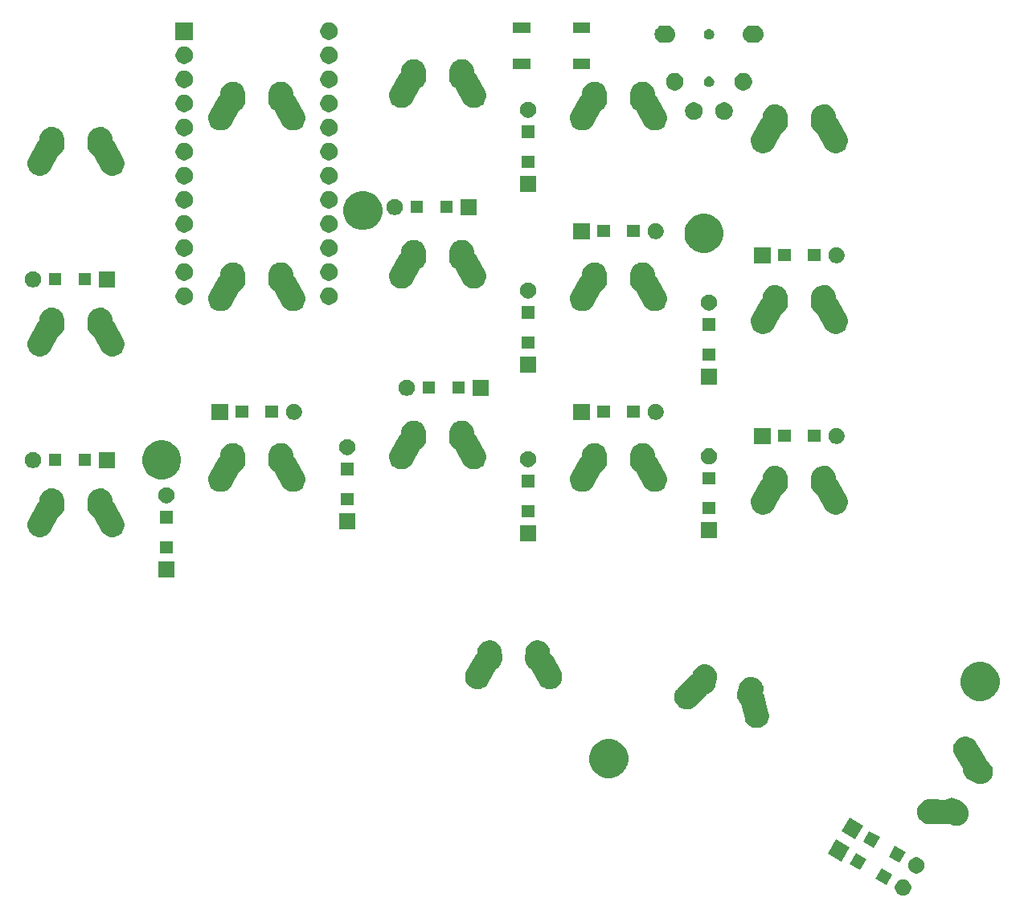
<source format=gbr>
G04 #@! TF.GenerationSoftware,KiCad,Pcbnew,(5.1.5-0-10_14)*
G04 #@! TF.CreationDate,2020-04-20T20:44:16-04:00*
G04 #@! TF.ProjectId,minidox-routed,6d696e69-646f-4782-9d72-6f757465642e,rev?*
G04 #@! TF.SameCoordinates,Original*
G04 #@! TF.FileFunction,Soldermask,Bot*
G04 #@! TF.FilePolarity,Negative*
%FSLAX46Y46*%
G04 Gerber Fmt 4.6, Leading zero omitted, Abs format (unit mm)*
G04 Created by KiCad (PCBNEW (5.1.5-0-10_14)) date 2020-04-20 20:44:16*
%MOMM*%
%LPD*%
G04 APERTURE LIST*
%ADD10C,0.100000*%
G04 APERTURE END LIST*
D10*
G36*
X154044527Y-199200903D02*
G01*
X154199399Y-199265053D01*
X154338780Y-199358185D01*
X154457314Y-199476719D01*
X154550446Y-199616100D01*
X154614596Y-199770972D01*
X154647299Y-199935384D01*
X154647299Y-200103016D01*
X154614596Y-200267428D01*
X154550446Y-200422300D01*
X154457314Y-200561681D01*
X154338780Y-200680215D01*
X154199399Y-200773347D01*
X154044527Y-200837497D01*
X153880115Y-200870200D01*
X153712483Y-200870200D01*
X153548071Y-200837497D01*
X153393199Y-200773347D01*
X153253818Y-200680215D01*
X153135284Y-200561681D01*
X153042152Y-200422300D01*
X152978002Y-200267428D01*
X152945299Y-200103016D01*
X152945299Y-199935384D01*
X152978002Y-199770972D01*
X153042152Y-199616100D01*
X153135284Y-199476719D01*
X153253818Y-199358185D01*
X153393199Y-199265053D01*
X153548071Y-199200903D01*
X153712483Y-199168200D01*
X153880115Y-199168200D01*
X154044527Y-199200903D01*
G37*
G36*
X152672073Y-198618417D02*
G01*
X152021073Y-199745983D01*
X150893507Y-199094983D01*
X151544507Y-197967417D01*
X152672073Y-198618417D01*
G37*
G36*
X155441527Y-196864103D02*
G01*
X155596399Y-196928253D01*
X155735780Y-197021385D01*
X155854314Y-197139919D01*
X155947446Y-197279300D01*
X156011596Y-197434172D01*
X156044299Y-197598584D01*
X156044299Y-197766216D01*
X156011596Y-197930628D01*
X155947446Y-198085500D01*
X155854314Y-198224881D01*
X155735780Y-198343415D01*
X155596399Y-198436547D01*
X155441527Y-198500697D01*
X155277115Y-198533400D01*
X155109483Y-198533400D01*
X154945071Y-198500697D01*
X154790199Y-198436547D01*
X154650818Y-198343415D01*
X154532284Y-198224881D01*
X154439152Y-198085500D01*
X154375002Y-197930628D01*
X154342299Y-197766216D01*
X154342299Y-197598584D01*
X154375002Y-197434172D01*
X154439152Y-197279300D01*
X154532284Y-197139919D01*
X154650818Y-197021385D01*
X154790199Y-196928253D01*
X154945071Y-196864103D01*
X155109483Y-196831400D01*
X155277115Y-196831400D01*
X155441527Y-196864103D01*
G37*
G36*
X149944093Y-197043417D02*
G01*
X149293093Y-198170983D01*
X148165527Y-197519983D01*
X148816527Y-196392417D01*
X149944093Y-197043417D01*
G37*
G36*
X154069073Y-196281617D02*
G01*
X153418073Y-197409183D01*
X152290507Y-196758183D01*
X152941507Y-195630617D01*
X154069073Y-196281617D01*
G37*
G36*
X148203789Y-195807712D02*
G01*
X147352789Y-197281688D01*
X145878813Y-196430688D01*
X146729813Y-194956712D01*
X148203789Y-195807712D01*
G37*
G36*
X151341093Y-194706617D02*
G01*
X150690093Y-195834183D01*
X149562527Y-195183183D01*
X150213527Y-194055617D01*
X151341093Y-194706617D01*
G37*
G36*
X149600789Y-193470912D02*
G01*
X148749789Y-194944888D01*
X147275813Y-194093888D01*
X148126813Y-192619912D01*
X149600789Y-193470912D01*
G37*
G36*
X159113018Y-190578133D02*
G01*
X159192156Y-190586136D01*
X159437195Y-190661169D01*
X159437197Y-190661170D01*
X159606341Y-190752149D01*
X159645951Y-190778766D01*
X160193831Y-191146925D01*
X160341979Y-191269157D01*
X160504039Y-191467685D01*
X160624253Y-191694012D01*
X160698004Y-191939444D01*
X160722455Y-192194550D01*
X160696669Y-192449524D01*
X160621635Y-192694569D01*
X160500237Y-192920265D01*
X160337140Y-193117942D01*
X160138612Y-193280002D01*
X160138610Y-193280003D01*
X160138609Y-193280004D01*
X159912284Y-193400217D01*
X159666852Y-193473967D01*
X159625815Y-193477900D01*
X159411745Y-193498419D01*
X159156771Y-193472633D01*
X159156768Y-193472632D01*
X159156767Y-193472632D01*
X159090966Y-193452483D01*
X158911728Y-193397599D01*
X158770683Y-193321733D01*
X158737175Y-193303710D01*
X158737077Y-193303893D01*
X158722751Y-193296189D01*
X158699320Y-193289016D01*
X158674940Y-193286552D01*
X158640329Y-193291349D01*
X158484235Y-193335887D01*
X158436380Y-193339800D01*
X158292817Y-193351540D01*
X158292814Y-193351540D01*
X156495252Y-193321733D01*
X156304456Y-193299742D01*
X156304453Y-193299741D01*
X156304452Y-193299741D01*
X156060485Y-193221294D01*
X155836503Y-193096755D01*
X155641121Y-192930914D01*
X155481853Y-192730146D01*
X155481851Y-192730144D01*
X155364808Y-192502158D01*
X155294491Y-192255718D01*
X155273604Y-192000298D01*
X155302948Y-191745710D01*
X155302949Y-191745706D01*
X155381396Y-191501739D01*
X155505935Y-191277757D01*
X155671776Y-191082375D01*
X155850208Y-190940826D01*
X155872546Y-190923105D01*
X156100532Y-190806062D01*
X156346972Y-190735745D01*
X156372848Y-190733629D01*
X156538390Y-190720092D01*
X156538392Y-190720092D01*
X156934069Y-190726653D01*
X158234585Y-190748218D01*
X158259007Y-190746221D01*
X158282571Y-190739497D01*
X158295285Y-190733633D01*
X158374099Y-190691771D01*
X158436643Y-190658550D01*
X158682073Y-190584801D01*
X158702592Y-190582834D01*
X158937178Y-190560349D01*
X159113018Y-190578133D01*
G37*
G36*
X160565434Y-184132694D02*
G01*
X160708542Y-184153889D01*
X160949853Y-184240173D01*
X161169694Y-184371875D01*
X161169695Y-184371876D01*
X161359621Y-184543939D01*
X161474064Y-184698178D01*
X161729109Y-185123484D01*
X162398661Y-186240011D01*
X162480814Y-186413612D01*
X162520288Y-186571057D01*
X162528548Y-186594127D01*
X162541150Y-186615142D01*
X162557610Y-186633295D01*
X162579707Y-186648275D01*
X162579414Y-186648749D01*
X162584634Y-186651976D01*
X162584638Y-186651978D01*
X162748001Y-186752971D01*
X162935505Y-186927669D01*
X163008646Y-187029175D01*
X163085323Y-187135587D01*
X163191701Y-187368743D01*
X163250548Y-187618168D01*
X163259604Y-187874285D01*
X163218522Y-188127239D01*
X163128877Y-188367325D01*
X163106759Y-188403102D01*
X162994117Y-188585308D01*
X162819420Y-188772813D01*
X162739824Y-188830167D01*
X162611502Y-188922631D01*
X162378345Y-189029009D01*
X162187767Y-189073972D01*
X162128920Y-189087856D01*
X161872806Y-189096912D01*
X161872804Y-189096912D01*
X161619845Y-189055829D01*
X161439927Y-188988650D01*
X161305165Y-188922631D01*
X160804286Y-188677254D01*
X160640924Y-188576261D01*
X160453420Y-188401563D01*
X160303600Y-188193643D01*
X160261050Y-188100382D01*
X160197224Y-187960493D01*
X160138376Y-187711063D01*
X160132720Y-187551108D01*
X160129458Y-187526822D01*
X160121521Y-187503639D01*
X160115000Y-187491239D01*
X159242547Y-186036359D01*
X159160391Y-185862753D01*
X159098069Y-185614177D01*
X159090432Y-185459407D01*
X159085438Y-185358213D01*
X159101791Y-185247811D01*
X159122986Y-185104703D01*
X159209270Y-184863392D01*
X159340972Y-184643551D01*
X159368336Y-184613346D01*
X159513036Y-184453624D01*
X159623212Y-184371875D01*
X159718846Y-184300915D01*
X159950490Y-184191295D01*
X160199068Y-184128972D01*
X160222061Y-184127837D01*
X160455032Y-184116341D01*
X160565434Y-184132694D01*
G37*
G36*
X123384394Y-184458738D02*
G01*
X123757651Y-184613346D01*
X123757653Y-184613347D01*
X123802856Y-184643551D01*
X124093576Y-184837804D01*
X124379256Y-185123484D01*
X124603714Y-185459409D01*
X124758322Y-185832666D01*
X124837140Y-186228913D01*
X124837140Y-186632927D01*
X124758322Y-187029174D01*
X124714244Y-187135587D01*
X124603713Y-187402433D01*
X124379256Y-187738356D01*
X124093576Y-188024036D01*
X123757653Y-188248493D01*
X123757652Y-188248494D01*
X123757651Y-188248494D01*
X123384394Y-188403102D01*
X122988147Y-188481920D01*
X122584133Y-188481920D01*
X122187886Y-188403102D01*
X121814629Y-188248494D01*
X121814628Y-188248494D01*
X121814627Y-188248493D01*
X121478704Y-188024036D01*
X121193024Y-187738356D01*
X120968567Y-187402433D01*
X120858036Y-187135587D01*
X120813958Y-187029174D01*
X120735140Y-186632927D01*
X120735140Y-186228913D01*
X120813958Y-185832666D01*
X120968566Y-185459409D01*
X121193024Y-185123484D01*
X121478704Y-184837804D01*
X121769424Y-184643551D01*
X121814627Y-184613347D01*
X121814629Y-184613346D01*
X122187886Y-184458738D01*
X122584133Y-184379920D01*
X122988147Y-184379920D01*
X123384394Y-184458738D01*
G37*
G36*
X137972840Y-177811416D02*
G01*
X138222266Y-177870263D01*
X138444782Y-177971787D01*
X138455421Y-177976641D01*
X138663343Y-178126461D01*
X138838035Y-178313958D01*
X138972799Y-178531946D01*
X139045706Y-178727206D01*
X139062442Y-178772028D01*
X139103526Y-179024988D01*
X139094470Y-179281104D01*
X139050369Y-179468031D01*
X139050366Y-179468039D01*
X139048958Y-179474008D01*
X139049161Y-179474056D01*
X139045428Y-179489876D01*
X139044563Y-179514364D01*
X139048491Y-179538552D01*
X139062086Y-179570753D01*
X139145505Y-179709998D01*
X139210167Y-179890838D01*
X139210169Y-179890846D01*
X139646621Y-181634871D01*
X139674761Y-181824858D01*
X139674761Y-181824859D01*
X139662130Y-182080823D01*
X139599807Y-182329401D01*
X139490187Y-182561046D01*
X139337478Y-182766855D01*
X139337477Y-182766856D01*
X139147553Y-182938918D01*
X139147551Y-182938919D01*
X139147550Y-182938920D01*
X138927710Y-183070622D01*
X138686400Y-183156906D01*
X138432889Y-183194453D01*
X138176925Y-183181823D01*
X137928346Y-183119499D01*
X137696703Y-183009879D01*
X137601067Y-182938918D01*
X137490893Y-182857170D01*
X137490890Y-182857167D01*
X137318830Y-182667246D01*
X137187127Y-182447404D01*
X137122464Y-182266560D01*
X136710624Y-180620883D01*
X136702373Y-180597810D01*
X136689780Y-180576789D01*
X136680820Y-180566020D01*
X136571716Y-180448917D01*
X136436953Y-180230932D01*
X136347310Y-179990849D01*
X136306226Y-179737891D01*
X136315282Y-179481775D01*
X136359382Y-179294851D01*
X136359383Y-179294848D01*
X136588655Y-178625199D01*
X136668377Y-178450467D01*
X136706531Y-178397517D01*
X136818196Y-178242547D01*
X137005699Y-178067850D01*
X137005700Y-178067849D01*
X137060195Y-178034159D01*
X137223685Y-177933087D01*
X137463766Y-177843444D01*
X137716724Y-177802361D01*
X137716725Y-177802361D01*
X137972840Y-177811416D01*
G37*
G36*
X133144122Y-176509578D02*
G01*
X133284126Y-176551648D01*
X133389556Y-176583328D01*
X133615883Y-176703541D01*
X133814414Y-176865603D01*
X133977506Y-177063273D01*
X133977509Y-177063279D01*
X134098908Y-177288975D01*
X134098909Y-177288978D01*
X134168635Y-177516681D01*
X134173943Y-177534018D01*
X134199730Y-177788993D01*
X134181406Y-177980176D01*
X134045138Y-178674744D01*
X134045136Y-178674749D01*
X133989867Y-178858681D01*
X133869654Y-179085008D01*
X133855088Y-179102852D01*
X133707593Y-179283538D01*
X133637621Y-179341270D01*
X133509917Y-179446635D01*
X133284219Y-179568034D01*
X133131180Y-179614896D01*
X133108566Y-179624333D01*
X133088227Y-179638000D01*
X133077938Y-179647507D01*
X132745796Y-179990849D01*
X131898436Y-180866784D01*
X131798675Y-180951462D01*
X131752012Y-180991070D01*
X131528031Y-181115608D01*
X131292392Y-181191376D01*
X131284059Y-181194056D01*
X131167071Y-181207540D01*
X131029469Y-181223400D01*
X130774051Y-181202513D01*
X130527611Y-181132196D01*
X130495298Y-181115607D01*
X130299625Y-181015153D01*
X130098854Y-180855881D01*
X129933013Y-180660501D01*
X129898156Y-180597810D01*
X129808475Y-180436520D01*
X129730028Y-180192551D01*
X129730027Y-180192548D01*
X129716543Y-180075560D01*
X129700683Y-179937958D01*
X129721570Y-179682540D01*
X129791887Y-179436100D01*
X129798009Y-179424175D01*
X129908930Y-179208114D01*
X129935942Y-179174064D01*
X130028291Y-179057652D01*
X130862058Y-178195768D01*
X131278285Y-177765504D01*
X131424709Y-177641218D01*
X131566574Y-177562338D01*
X131586720Y-177548389D01*
X131603757Y-177530777D01*
X131617031Y-177510179D01*
X131625783Y-177484959D01*
X131626315Y-177485119D01*
X131683353Y-177295301D01*
X131803566Y-177068974D01*
X131965628Y-176870443D01*
X132163300Y-176707349D01*
X132317141Y-176624601D01*
X132388999Y-176585949D01*
X132634043Y-176510914D01*
X132889017Y-176485127D01*
X133144122Y-176509578D01*
G37*
G36*
X162500394Y-176330738D02*
G01*
X162873651Y-176485346D01*
X162873653Y-176485347D01*
X163209576Y-176709804D01*
X163495256Y-176995484D01*
X163695588Y-177295301D01*
X163719714Y-177331409D01*
X163874322Y-177704666D01*
X163953140Y-178100913D01*
X163953140Y-178504927D01*
X163874322Y-178901174D01*
X163790784Y-179102852D01*
X163719713Y-179274433D01*
X163495256Y-179610356D01*
X163209576Y-179896036D01*
X162873653Y-180120493D01*
X162873652Y-180120494D01*
X162873651Y-180120494D01*
X162500394Y-180275102D01*
X162104147Y-180353920D01*
X161700133Y-180353920D01*
X161303886Y-180275102D01*
X160930629Y-180120494D01*
X160930628Y-180120494D01*
X160930627Y-180120493D01*
X160594704Y-179896036D01*
X160309024Y-179610356D01*
X160084567Y-179274433D01*
X160013496Y-179102852D01*
X159929958Y-178901174D01*
X159851140Y-178504927D01*
X159851140Y-178100913D01*
X159929958Y-177704666D01*
X160084566Y-177331409D01*
X160108693Y-177295301D01*
X160309024Y-176995484D01*
X160594704Y-176709804D01*
X160930627Y-176485347D01*
X160930629Y-176485346D01*
X161303886Y-176330738D01*
X161700133Y-176251920D01*
X162104147Y-176251920D01*
X162500394Y-176330738D01*
G37*
G36*
X110399521Y-173964120D02*
G01*
X110649247Y-174021660D01*
X110649251Y-174021661D01*
X110882958Y-174126816D01*
X110935398Y-174164187D01*
X111091660Y-174275544D01*
X111210050Y-174401288D01*
X111267335Y-174462131D01*
X111403235Y-174679405D01*
X111494135Y-174919017D01*
X111525916Y-175108429D01*
X111554460Y-175527130D01*
X111574058Y-175814606D01*
X111569052Y-175980804D01*
X111568276Y-176006571D01*
X111510735Y-176256303D01*
X111405580Y-176490010D01*
X111391635Y-176509578D01*
X111256852Y-176698712D01*
X111070265Y-176874387D01*
X110934570Y-176959261D01*
X110915169Y-176974229D01*
X110899061Y-176992694D01*
X110891594Y-177004522D01*
X110067846Y-178487549D01*
X109958579Y-178645497D01*
X109958577Y-178645499D01*
X109774463Y-178823763D01*
X109559110Y-178962681D01*
X109559108Y-178962682D01*
X109558435Y-178962948D01*
X109320789Y-179056920D01*
X109156882Y-179086780D01*
X109068665Y-179102852D01*
X108812425Y-179098714D01*
X108561914Y-179044667D01*
X108402453Y-178975579D01*
X108326761Y-178942785D01*
X108214332Y-178865008D01*
X108116004Y-178796986D01*
X108016608Y-178694328D01*
X107937738Y-178612870D01*
X107798820Y-178397517D01*
X107704581Y-178159196D01*
X107671324Y-177976641D01*
X107658649Y-177907072D01*
X107662787Y-177650832D01*
X107716834Y-177400321D01*
X107793187Y-177224090D01*
X108666154Y-175652451D01*
X108775421Y-175494503D01*
X108892038Y-175381592D01*
X108907887Y-175362904D01*
X108919786Y-175341482D01*
X108927277Y-175318151D01*
X108929202Y-175291521D01*
X108929757Y-175291538D01*
X108935724Y-175093428D01*
X108993264Y-174843701D01*
X108993265Y-174843697D01*
X109098420Y-174609990D01*
X109135791Y-174557550D01*
X109247148Y-174401288D01*
X109433735Y-174225613D01*
X109651009Y-174089713D01*
X109890621Y-173998813D01*
X110143362Y-173956406D01*
X110143366Y-173956406D01*
X110399521Y-173964120D01*
G37*
G36*
X115653379Y-173998813D02*
G01*
X115892991Y-174089713D01*
X116110265Y-174225613D01*
X116296852Y-174401288D01*
X116408209Y-174557550D01*
X116445580Y-174609990D01*
X116550735Y-174843697D01*
X116550736Y-174843701D01*
X116608276Y-175093428D01*
X116614243Y-175291540D01*
X116614450Y-175291534D01*
X116614942Y-175307796D01*
X116620447Y-175331674D01*
X116630504Y-175354019D01*
X116651962Y-175381592D01*
X116768579Y-175494503D01*
X116877846Y-175652451D01*
X117750813Y-177224089D01*
X117827166Y-177400320D01*
X117881213Y-177650831D01*
X117885351Y-177907072D01*
X117872676Y-177976641D01*
X117839419Y-178159196D01*
X117745180Y-178397517D01*
X117606262Y-178612870D01*
X117527392Y-178694328D01*
X117427996Y-178796986D01*
X117329668Y-178865008D01*
X117217239Y-178942785D01*
X117141547Y-178975579D01*
X116982086Y-179044667D01*
X116731575Y-179098714D01*
X116475334Y-179102852D01*
X116387117Y-179086780D01*
X116223210Y-179056920D01*
X115984889Y-178962682D01*
X115769537Y-178823763D01*
X115585423Y-178645499D01*
X115585421Y-178645497D01*
X115476154Y-178487549D01*
X114652413Y-177004534D01*
X114638477Y-176984389D01*
X114620872Y-176967344D01*
X114609430Y-176959261D01*
X114473735Y-176874387D01*
X114287148Y-176698712D01*
X114152365Y-176509578D01*
X114138420Y-176490010D01*
X114033265Y-176256303D01*
X113975724Y-176006571D01*
X113974948Y-175980804D01*
X113969942Y-175814608D01*
X114018084Y-175108428D01*
X114030044Y-175037148D01*
X114049865Y-174919017D01*
X114140765Y-174679405D01*
X114276665Y-174462131D01*
X114333950Y-174401288D01*
X114452340Y-174275544D01*
X114608602Y-174164187D01*
X114661042Y-174126816D01*
X114894749Y-174021661D01*
X114894753Y-174021660D01*
X115144479Y-173964120D01*
X115400634Y-173956406D01*
X115400638Y-173956406D01*
X115653379Y-173998813D01*
G37*
G36*
X77051000Y-167311000D02*
G01*
X75349000Y-167311000D01*
X75349000Y-165609000D01*
X77051000Y-165609000D01*
X77051000Y-167311000D01*
G37*
G36*
X76851000Y-164786000D02*
G01*
X75549000Y-164786000D01*
X75549000Y-163484000D01*
X76851000Y-163484000D01*
X76851000Y-164786000D01*
G37*
G36*
X115151000Y-163501000D02*
G01*
X113449000Y-163501000D01*
X113449000Y-161799000D01*
X115151000Y-161799000D01*
X115151000Y-163501000D01*
G37*
G36*
X134201000Y-163196000D02*
G01*
X132499000Y-163196000D01*
X132499000Y-161494000D01*
X134201000Y-161494000D01*
X134201000Y-163196000D01*
G37*
G36*
X69556379Y-157964813D02*
G01*
X69795991Y-158055713D01*
X69941595Y-158146785D01*
X70013265Y-158191613D01*
X70199852Y-158367288D01*
X70295075Y-158500910D01*
X70348580Y-158575990D01*
X70453735Y-158809697D01*
X70453736Y-158809701D01*
X70511276Y-159059428D01*
X70517243Y-159257540D01*
X70517450Y-159257534D01*
X70517942Y-159273796D01*
X70523447Y-159297674D01*
X70533504Y-159320019D01*
X70554962Y-159347592D01*
X70671579Y-159460503D01*
X70780846Y-159618451D01*
X71653813Y-161190089D01*
X71730166Y-161366320D01*
X71784213Y-161616831D01*
X71788351Y-161873072D01*
X71775019Y-161946247D01*
X71742419Y-162125196D01*
X71648180Y-162363517D01*
X71509262Y-162578870D01*
X71330998Y-162762984D01*
X71330996Y-162762986D01*
X71231688Y-162831686D01*
X71120239Y-162908785D01*
X71018357Y-162952926D01*
X70885086Y-163010667D01*
X70634575Y-163064714D01*
X70378334Y-163068852D01*
X70305159Y-163055520D01*
X70126210Y-163022920D01*
X69887889Y-162928682D01*
X69672537Y-162789763D01*
X69488423Y-162611499D01*
X69488421Y-162611497D01*
X69379154Y-162453549D01*
X68555413Y-160970534D01*
X68541477Y-160950389D01*
X68523872Y-160933344D01*
X68512430Y-160925261D01*
X68376735Y-160840387D01*
X68190148Y-160664712D01*
X68078791Y-160508450D01*
X68041420Y-160456010D01*
X67936265Y-160222303D01*
X67901760Y-160072549D01*
X67878724Y-159972572D01*
X67872942Y-159780608D01*
X67921084Y-159074428D01*
X67933044Y-159003148D01*
X67952865Y-158885017D01*
X68043765Y-158645405D01*
X68179665Y-158428131D01*
X68236950Y-158367288D01*
X68355340Y-158241544D01*
X68529378Y-158117519D01*
X68564042Y-158092816D01*
X68797749Y-157987661D01*
X68797753Y-157987660D01*
X69047479Y-157930120D01*
X69303634Y-157922406D01*
X69303638Y-157922406D01*
X69556379Y-157964813D01*
G37*
G36*
X64302521Y-157930120D02*
G01*
X64552247Y-157987660D01*
X64552251Y-157987661D01*
X64785958Y-158092816D01*
X64820622Y-158117519D01*
X64994660Y-158241544D01*
X65113050Y-158367288D01*
X65170335Y-158428131D01*
X65306235Y-158645405D01*
X65397135Y-158885017D01*
X65428916Y-159074429D01*
X65457388Y-159492072D01*
X65477058Y-159780606D01*
X65471276Y-159972572D01*
X65448240Y-160072549D01*
X65413735Y-160222303D01*
X65308580Y-160456010D01*
X65271209Y-160508450D01*
X65159852Y-160664712D01*
X64973265Y-160840387D01*
X64837570Y-160925261D01*
X64818169Y-160940229D01*
X64802061Y-160958694D01*
X64794594Y-160970522D01*
X63970846Y-162453549D01*
X63861579Y-162611497D01*
X63861577Y-162611499D01*
X63677463Y-162789763D01*
X63492953Y-162908785D01*
X63462108Y-162928682D01*
X63439546Y-162937603D01*
X63223789Y-163022920D01*
X63044840Y-163055520D01*
X62971665Y-163068852D01*
X62715425Y-163064714D01*
X62464914Y-163010667D01*
X62331643Y-162952926D01*
X62229761Y-162908785D01*
X62118312Y-162831686D01*
X62019004Y-162762986D01*
X62019002Y-162762984D01*
X61840738Y-162578870D01*
X61701820Y-162363517D01*
X61607581Y-162125196D01*
X61574981Y-161946247D01*
X61561649Y-161873072D01*
X61565787Y-161616832D01*
X61619834Y-161366321D01*
X61696187Y-161190090D01*
X62569154Y-159618451D01*
X62678421Y-159460503D01*
X62795038Y-159347592D01*
X62810887Y-159328904D01*
X62822786Y-159307482D01*
X62830277Y-159284151D01*
X62832202Y-159257521D01*
X62832757Y-159257538D01*
X62838724Y-159059428D01*
X62896264Y-158809701D01*
X62896265Y-158809697D01*
X63001420Y-158575990D01*
X63054925Y-158500910D01*
X63150148Y-158367288D01*
X63336735Y-158191613D01*
X63408405Y-158146785D01*
X63554009Y-158055713D01*
X63793621Y-157964813D01*
X64046362Y-157922406D01*
X64046366Y-157922406D01*
X64302521Y-157930120D01*
G37*
G36*
X96101000Y-162231000D02*
G01*
X94399000Y-162231000D01*
X94399000Y-160529000D01*
X96101000Y-160529000D01*
X96101000Y-162231000D01*
G37*
G36*
X76851000Y-161636000D02*
G01*
X75549000Y-161636000D01*
X75549000Y-160334000D01*
X76851000Y-160334000D01*
X76851000Y-161636000D01*
G37*
G36*
X114951000Y-160976000D02*
G01*
X113649000Y-160976000D01*
X113649000Y-159674000D01*
X114951000Y-159674000D01*
X114951000Y-160976000D01*
G37*
G36*
X140502521Y-155549120D02*
G01*
X140752247Y-155606660D01*
X140752251Y-155606661D01*
X140985958Y-155711816D01*
X141038398Y-155749187D01*
X141194660Y-155860544D01*
X141313050Y-155986288D01*
X141370335Y-156047131D01*
X141506235Y-156264405D01*
X141597135Y-156504017D01*
X141628916Y-156693429D01*
X141657388Y-157111072D01*
X141677058Y-157399606D01*
X141671276Y-157591572D01*
X141648240Y-157691549D01*
X141613735Y-157841303D01*
X141508580Y-158075010D01*
X141471209Y-158127450D01*
X141359852Y-158283712D01*
X141173265Y-158459387D01*
X141037570Y-158544261D01*
X141018169Y-158559229D01*
X141002061Y-158577694D01*
X140994594Y-158589522D01*
X140170846Y-160072549D01*
X140061579Y-160230497D01*
X140061577Y-160230499D01*
X139877463Y-160408763D01*
X139662110Y-160547681D01*
X139662108Y-160547682D01*
X139639546Y-160556603D01*
X139423789Y-160641920D01*
X139244840Y-160674520D01*
X139171665Y-160687852D01*
X138915425Y-160683714D01*
X138664914Y-160629667D01*
X138531643Y-160571926D01*
X138429761Y-160527785D01*
X138318312Y-160450686D01*
X138219004Y-160381986D01*
X138172543Y-160334000D01*
X138040738Y-160197870D01*
X137901820Y-159982517D01*
X137807581Y-159744196D01*
X137774981Y-159565247D01*
X137761649Y-159492072D01*
X137765787Y-159235832D01*
X137819834Y-158985321D01*
X137896187Y-158809090D01*
X138769154Y-157237451D01*
X138878421Y-157079503D01*
X138995038Y-156966592D01*
X139010887Y-156947904D01*
X139022786Y-156926482D01*
X139030277Y-156903151D01*
X139032202Y-156876521D01*
X139032757Y-156876538D01*
X139038724Y-156678428D01*
X139096264Y-156428701D01*
X139096265Y-156428697D01*
X139201420Y-156194990D01*
X139254925Y-156119910D01*
X139350148Y-155986288D01*
X139536735Y-155810613D01*
X139620380Y-155758295D01*
X139754009Y-155674713D01*
X139993621Y-155583813D01*
X140246362Y-155541406D01*
X140246366Y-155541406D01*
X140502521Y-155549120D01*
G37*
G36*
X145756379Y-155583813D02*
G01*
X145995991Y-155674713D01*
X146129620Y-155758295D01*
X146213265Y-155810613D01*
X146399852Y-155986288D01*
X146495075Y-156119910D01*
X146548580Y-156194990D01*
X146653735Y-156428697D01*
X146653736Y-156428701D01*
X146711276Y-156678428D01*
X146717243Y-156876540D01*
X146717450Y-156876534D01*
X146717942Y-156892796D01*
X146723447Y-156916674D01*
X146733504Y-156939019D01*
X146754962Y-156966592D01*
X146871579Y-157079503D01*
X146980846Y-157237451D01*
X147853813Y-158809089D01*
X147930166Y-158985320D01*
X147984213Y-159235831D01*
X147988351Y-159492072D01*
X147975019Y-159565247D01*
X147942419Y-159744196D01*
X147848180Y-159982517D01*
X147709262Y-160197870D01*
X147577457Y-160334000D01*
X147530996Y-160381986D01*
X147431688Y-160450686D01*
X147320239Y-160527785D01*
X147218357Y-160571926D01*
X147085086Y-160629667D01*
X146834575Y-160683714D01*
X146578334Y-160687852D01*
X146505159Y-160674520D01*
X146326210Y-160641920D01*
X146087889Y-160547682D01*
X145872537Y-160408763D01*
X145688423Y-160230499D01*
X145688421Y-160230497D01*
X145579154Y-160072549D01*
X144755413Y-158589534D01*
X144741477Y-158569389D01*
X144723872Y-158552344D01*
X144712430Y-158544261D01*
X144576735Y-158459387D01*
X144390148Y-158283712D01*
X144278791Y-158127450D01*
X144241420Y-158075010D01*
X144136265Y-157841303D01*
X144101760Y-157691549D01*
X144078724Y-157591572D01*
X144072942Y-157399608D01*
X144121084Y-156693428D01*
X144133044Y-156622148D01*
X144152865Y-156504017D01*
X144243765Y-156264405D01*
X144379665Y-156047131D01*
X144436950Y-155986288D01*
X144555340Y-155860544D01*
X144711602Y-155749187D01*
X144764042Y-155711816D01*
X144997749Y-155606661D01*
X144997753Y-155606660D01*
X145247479Y-155549120D01*
X145503634Y-155541406D01*
X145503638Y-155541406D01*
X145756379Y-155583813D01*
G37*
G36*
X134001000Y-160671000D02*
G01*
X132699000Y-160671000D01*
X132699000Y-159369000D01*
X134001000Y-159369000D01*
X134001000Y-160671000D01*
G37*
G36*
X95901000Y-159706000D02*
G01*
X94599000Y-159706000D01*
X94599000Y-158404000D01*
X95901000Y-158404000D01*
X95901000Y-159706000D01*
G37*
G36*
X76448228Y-157841703D02*
G01*
X76603100Y-157905853D01*
X76742481Y-157998985D01*
X76861015Y-158117519D01*
X76954147Y-158256900D01*
X77018297Y-158411772D01*
X77051000Y-158576184D01*
X77051000Y-158743816D01*
X77018297Y-158908228D01*
X76954147Y-159063100D01*
X76861015Y-159202481D01*
X76742481Y-159321015D01*
X76603100Y-159414147D01*
X76448228Y-159478297D01*
X76283816Y-159511000D01*
X76116184Y-159511000D01*
X75951772Y-159478297D01*
X75796900Y-159414147D01*
X75657519Y-159321015D01*
X75538985Y-159202481D01*
X75445853Y-159063100D01*
X75381703Y-158908228D01*
X75349000Y-158743816D01*
X75349000Y-158576184D01*
X75381703Y-158411772D01*
X75445853Y-158256900D01*
X75538985Y-158117519D01*
X75657519Y-157998985D01*
X75796900Y-157905853D01*
X75951772Y-157841703D01*
X76116184Y-157809000D01*
X76283816Y-157809000D01*
X76448228Y-157841703D01*
G37*
G36*
X83352521Y-153168120D02*
G01*
X83570291Y-153218297D01*
X83602251Y-153225661D01*
X83835958Y-153330816D01*
X83837299Y-153331772D01*
X84044660Y-153479544D01*
X84218154Y-153663815D01*
X84220335Y-153666131D01*
X84356235Y-153883405D01*
X84447135Y-154123017D01*
X84478916Y-154312429D01*
X84507319Y-154729072D01*
X84527058Y-155018606D01*
X84521276Y-155210572D01*
X84498470Y-155309550D01*
X84463735Y-155460303D01*
X84358580Y-155694010D01*
X84345889Y-155711818D01*
X84209852Y-155902712D01*
X84023265Y-156078387D01*
X83887570Y-156163261D01*
X83868169Y-156178229D01*
X83852061Y-156196694D01*
X83844594Y-156208522D01*
X83020846Y-157691549D01*
X82911579Y-157849497D01*
X82911577Y-157849499D01*
X82727463Y-158027763D01*
X82542953Y-158146785D01*
X82512108Y-158166682D01*
X82489546Y-158175603D01*
X82273789Y-158260920D01*
X82094840Y-158293520D01*
X82021665Y-158306852D01*
X81765425Y-158302714D01*
X81514914Y-158248667D01*
X81381643Y-158190926D01*
X81279761Y-158146785D01*
X81168312Y-158069686D01*
X81069004Y-158000986D01*
X81056101Y-157987660D01*
X80890738Y-157816870D01*
X80751820Y-157601517D01*
X80657581Y-157363196D01*
X80624981Y-157184247D01*
X80611649Y-157111072D01*
X80615787Y-156854832D01*
X80669834Y-156604321D01*
X80746187Y-156428090D01*
X81619154Y-154856451D01*
X81728421Y-154698503D01*
X81845038Y-154585592D01*
X81860887Y-154566904D01*
X81872786Y-154545482D01*
X81880277Y-154522151D01*
X81882202Y-154495521D01*
X81882757Y-154495538D01*
X81888724Y-154297428D01*
X81946264Y-154047701D01*
X81946265Y-154047697D01*
X82051420Y-153813990D01*
X82113624Y-153726703D01*
X82200148Y-153605288D01*
X82386735Y-153429613D01*
X82604009Y-153293713D01*
X82843621Y-153202813D01*
X83096362Y-153160406D01*
X83096366Y-153160406D01*
X83352521Y-153168120D01*
G37*
G36*
X88606379Y-153202813D02*
G01*
X88845991Y-153293713D01*
X89063265Y-153429613D01*
X89249852Y-153605288D01*
X89336376Y-153726703D01*
X89398580Y-153813990D01*
X89503735Y-154047697D01*
X89503736Y-154047701D01*
X89561276Y-154297428D01*
X89567243Y-154495540D01*
X89567450Y-154495534D01*
X89567942Y-154511796D01*
X89573447Y-154535674D01*
X89583504Y-154558019D01*
X89604962Y-154585592D01*
X89721579Y-154698503D01*
X89830846Y-154856451D01*
X90703813Y-156428089D01*
X90780166Y-156604320D01*
X90834213Y-156854831D01*
X90838351Y-157111072D01*
X90825019Y-157184247D01*
X90792419Y-157363196D01*
X90698180Y-157601517D01*
X90559262Y-157816870D01*
X90393899Y-157987660D01*
X90380996Y-158000986D01*
X90281688Y-158069686D01*
X90170239Y-158146785D01*
X90068357Y-158190926D01*
X89935086Y-158248667D01*
X89684575Y-158302714D01*
X89428334Y-158306852D01*
X89355159Y-158293520D01*
X89176210Y-158260920D01*
X88937889Y-158166682D01*
X88722537Y-158027763D01*
X88538423Y-157849499D01*
X88538421Y-157849497D01*
X88429154Y-157691549D01*
X87605413Y-156208534D01*
X87591477Y-156188389D01*
X87573872Y-156171344D01*
X87562430Y-156163261D01*
X87426735Y-156078387D01*
X87240148Y-155902712D01*
X87104111Y-155711818D01*
X87091420Y-155694010D01*
X86986265Y-155460303D01*
X86951530Y-155309550D01*
X86928724Y-155210572D01*
X86922942Y-155018608D01*
X86971084Y-154312428D01*
X86975650Y-154285213D01*
X87002865Y-154123017D01*
X87093765Y-153883405D01*
X87229665Y-153666131D01*
X87231846Y-153663815D01*
X87405340Y-153479544D01*
X87612701Y-153331772D01*
X87614042Y-153330816D01*
X87847749Y-153225661D01*
X87879709Y-153218297D01*
X88097479Y-153168120D01*
X88353634Y-153160406D01*
X88353638Y-153160406D01*
X88606379Y-153202813D01*
G37*
G36*
X121452521Y-153168120D02*
G01*
X121670291Y-153218297D01*
X121702251Y-153225661D01*
X121935958Y-153330816D01*
X121937299Y-153331772D01*
X122144660Y-153479544D01*
X122318154Y-153663815D01*
X122320335Y-153666131D01*
X122456235Y-153883405D01*
X122547135Y-154123017D01*
X122578916Y-154312429D01*
X122607319Y-154729072D01*
X122627058Y-155018606D01*
X122621276Y-155210572D01*
X122598470Y-155309550D01*
X122563735Y-155460303D01*
X122458580Y-155694010D01*
X122445889Y-155711818D01*
X122309852Y-155902712D01*
X122123265Y-156078387D01*
X121987570Y-156163261D01*
X121968169Y-156178229D01*
X121952061Y-156196694D01*
X121944594Y-156208522D01*
X121120846Y-157691549D01*
X121011579Y-157849497D01*
X121011577Y-157849499D01*
X120827463Y-158027763D01*
X120642953Y-158146785D01*
X120612108Y-158166682D01*
X120589546Y-158175603D01*
X120373789Y-158260920D01*
X120194840Y-158293520D01*
X120121665Y-158306852D01*
X119865425Y-158302714D01*
X119614914Y-158248667D01*
X119481643Y-158190926D01*
X119379761Y-158146785D01*
X119268312Y-158069686D01*
X119169004Y-158000986D01*
X119156101Y-157987660D01*
X118990738Y-157816870D01*
X118851820Y-157601517D01*
X118757581Y-157363196D01*
X118724981Y-157184247D01*
X118711649Y-157111072D01*
X118715787Y-156854832D01*
X118769834Y-156604321D01*
X118846187Y-156428090D01*
X119719154Y-154856451D01*
X119828421Y-154698503D01*
X119945038Y-154585592D01*
X119960887Y-154566904D01*
X119972786Y-154545482D01*
X119980277Y-154522151D01*
X119982202Y-154495521D01*
X119982757Y-154495538D01*
X119988724Y-154297428D01*
X120046264Y-154047701D01*
X120046265Y-154047697D01*
X120151420Y-153813990D01*
X120213624Y-153726703D01*
X120300148Y-153605288D01*
X120486735Y-153429613D01*
X120704009Y-153293713D01*
X120943621Y-153202813D01*
X121196362Y-153160406D01*
X121196366Y-153160406D01*
X121452521Y-153168120D01*
G37*
G36*
X126706379Y-153202813D02*
G01*
X126945991Y-153293713D01*
X127163265Y-153429613D01*
X127349852Y-153605288D01*
X127436376Y-153726703D01*
X127498580Y-153813990D01*
X127603735Y-154047697D01*
X127603736Y-154047701D01*
X127661276Y-154297428D01*
X127667243Y-154495540D01*
X127667450Y-154495534D01*
X127667942Y-154511796D01*
X127673447Y-154535674D01*
X127683504Y-154558019D01*
X127704962Y-154585592D01*
X127821579Y-154698503D01*
X127930846Y-154856451D01*
X128803813Y-156428089D01*
X128880166Y-156604320D01*
X128934213Y-156854831D01*
X128938351Y-157111072D01*
X128925019Y-157184247D01*
X128892419Y-157363196D01*
X128798180Y-157601517D01*
X128659262Y-157816870D01*
X128493899Y-157987660D01*
X128480996Y-158000986D01*
X128381688Y-158069686D01*
X128270239Y-158146785D01*
X128168357Y-158190926D01*
X128035086Y-158248667D01*
X127784575Y-158302714D01*
X127528334Y-158306852D01*
X127455159Y-158293520D01*
X127276210Y-158260920D01*
X127037889Y-158166682D01*
X126822537Y-158027763D01*
X126638423Y-157849499D01*
X126638421Y-157849497D01*
X126529154Y-157691549D01*
X125705413Y-156208534D01*
X125691477Y-156188389D01*
X125673872Y-156171344D01*
X125662430Y-156163261D01*
X125526735Y-156078387D01*
X125340148Y-155902712D01*
X125204111Y-155711818D01*
X125191420Y-155694010D01*
X125086265Y-155460303D01*
X125051530Y-155309550D01*
X125028724Y-155210572D01*
X125022942Y-155018608D01*
X125071084Y-154312428D01*
X125075650Y-154285213D01*
X125102865Y-154123017D01*
X125193765Y-153883405D01*
X125329665Y-153666131D01*
X125331846Y-153663815D01*
X125505340Y-153479544D01*
X125712701Y-153331772D01*
X125714042Y-153330816D01*
X125947749Y-153225661D01*
X125979709Y-153218297D01*
X126197479Y-153168120D01*
X126453634Y-153160406D01*
X126453638Y-153160406D01*
X126706379Y-153202813D01*
G37*
G36*
X114951000Y-157826000D02*
G01*
X113649000Y-157826000D01*
X113649000Y-156524000D01*
X114951000Y-156524000D01*
X114951000Y-157826000D01*
G37*
G36*
X134001000Y-157521000D02*
G01*
X132699000Y-157521000D01*
X132699000Y-156219000D01*
X134001000Y-156219000D01*
X134001000Y-157521000D01*
G37*
G36*
X76290254Y-152967818D02*
G01*
X76663511Y-153122426D01*
X76663513Y-153122427D01*
X76999436Y-153346884D01*
X77285116Y-153632564D01*
X77502486Y-153957880D01*
X77509574Y-153968489D01*
X77664182Y-154341746D01*
X77743000Y-154737993D01*
X77743000Y-155142007D01*
X77664182Y-155538254D01*
X77509574Y-155911511D01*
X77509573Y-155911513D01*
X77285116Y-156247436D01*
X76999436Y-156533116D01*
X76663513Y-156757573D01*
X76663512Y-156757574D01*
X76663511Y-156757574D01*
X76290254Y-156912182D01*
X75894007Y-156991000D01*
X75489993Y-156991000D01*
X75093746Y-156912182D01*
X74720489Y-156757574D01*
X74720488Y-156757574D01*
X74720487Y-156757573D01*
X74384564Y-156533116D01*
X74098884Y-156247436D01*
X73874427Y-155911513D01*
X73874426Y-155911511D01*
X73719818Y-155538254D01*
X73641000Y-155142007D01*
X73641000Y-154737993D01*
X73719818Y-154341746D01*
X73874426Y-153968489D01*
X73881515Y-153957880D01*
X74098884Y-153632564D01*
X74384564Y-153346884D01*
X74720487Y-153122427D01*
X74720489Y-153122426D01*
X75093746Y-152967818D01*
X75489993Y-152889000D01*
X75894007Y-152889000D01*
X76290254Y-152967818D01*
G37*
G36*
X95901000Y-156556000D02*
G01*
X94599000Y-156556000D01*
X94599000Y-155254000D01*
X95901000Y-155254000D01*
X95901000Y-156556000D01*
G37*
G36*
X102402521Y-150786120D02*
G01*
X102652247Y-150843660D01*
X102652251Y-150843661D01*
X102885958Y-150948816D01*
X102938398Y-150986187D01*
X103094660Y-151097544D01*
X103213050Y-151223288D01*
X103270335Y-151284131D01*
X103406235Y-151501405D01*
X103497135Y-151741017D01*
X103528916Y-151930429D01*
X103557460Y-152349130D01*
X103577058Y-152636606D01*
X103571276Y-152828572D01*
X103550444Y-152918985D01*
X103513735Y-153078303D01*
X103408580Y-153312010D01*
X103383727Y-153346884D01*
X103259852Y-153520712D01*
X103073265Y-153696387D01*
X102937570Y-153781261D01*
X102918169Y-153796229D01*
X102902061Y-153814694D01*
X102894594Y-153826522D01*
X102070846Y-155309549D01*
X101961579Y-155467497D01*
X101961577Y-155467499D01*
X101777463Y-155645763D01*
X101592953Y-155764785D01*
X101562108Y-155784682D01*
X101546130Y-155791000D01*
X101323789Y-155878920D01*
X101144892Y-155911511D01*
X101071665Y-155924852D01*
X100815425Y-155920714D01*
X100564914Y-155866667D01*
X100390268Y-155791000D01*
X100329761Y-155764785D01*
X100199561Y-155674714D01*
X100119004Y-155618986D01*
X100107070Y-155606660D01*
X99940738Y-155434870D01*
X99801820Y-155219517D01*
X99707581Y-154981196D01*
X99673338Y-154793229D01*
X99661649Y-154729072D01*
X99665787Y-154472832D01*
X99719834Y-154222321D01*
X99796187Y-154046090D01*
X100669154Y-152474451D01*
X100778421Y-152316503D01*
X100895038Y-152203592D01*
X100910887Y-152184904D01*
X100922786Y-152163482D01*
X100930277Y-152140151D01*
X100932202Y-152113521D01*
X100932757Y-152113538D01*
X100938724Y-151915428D01*
X100996264Y-151665701D01*
X100996265Y-151665697D01*
X101101420Y-151431990D01*
X101138791Y-151379550D01*
X101250148Y-151223288D01*
X101436735Y-151047613D01*
X101654009Y-150911713D01*
X101893621Y-150820813D01*
X102146362Y-150778406D01*
X102146366Y-150778406D01*
X102402521Y-150786120D01*
G37*
G36*
X107656379Y-150820813D02*
G01*
X107895991Y-150911713D01*
X108113265Y-151047613D01*
X108299852Y-151223288D01*
X108411209Y-151379550D01*
X108448580Y-151431990D01*
X108553735Y-151665697D01*
X108553736Y-151665701D01*
X108611276Y-151915428D01*
X108617243Y-152113540D01*
X108617450Y-152113534D01*
X108617942Y-152129796D01*
X108623447Y-152153674D01*
X108633504Y-152176019D01*
X108654962Y-152203592D01*
X108771579Y-152316503D01*
X108880846Y-152474451D01*
X109753813Y-154046089D01*
X109830166Y-154222320D01*
X109884213Y-154472831D01*
X109888351Y-154729072D01*
X109876662Y-154793229D01*
X109842419Y-154981196D01*
X109748180Y-155219517D01*
X109609262Y-155434870D01*
X109442930Y-155606660D01*
X109430996Y-155618986D01*
X109350439Y-155674714D01*
X109220239Y-155764785D01*
X109159732Y-155791000D01*
X108985086Y-155866667D01*
X108734575Y-155920714D01*
X108478334Y-155924852D01*
X108405107Y-155911511D01*
X108226210Y-155878920D01*
X107987889Y-155784682D01*
X107772537Y-155645763D01*
X107588423Y-155467499D01*
X107588421Y-155467497D01*
X107479154Y-155309549D01*
X106655413Y-153826534D01*
X106641477Y-153806389D01*
X106623872Y-153789344D01*
X106612430Y-153781261D01*
X106476735Y-153696387D01*
X106290148Y-153520712D01*
X106166273Y-153346884D01*
X106141420Y-153312010D01*
X106036265Y-153078303D01*
X105999556Y-152918985D01*
X105978724Y-152828572D01*
X105972942Y-152636608D01*
X106021084Y-151930428D01*
X106033044Y-151859148D01*
X106052865Y-151741017D01*
X106143765Y-151501405D01*
X106279665Y-151284131D01*
X106336950Y-151223288D01*
X106455340Y-151097544D01*
X106611602Y-150986187D01*
X106664042Y-150948816D01*
X106897749Y-150843661D01*
X106897753Y-150843660D01*
X107147479Y-150786120D01*
X107403634Y-150778406D01*
X107403638Y-150778406D01*
X107656379Y-150820813D01*
G37*
G36*
X62388228Y-154121703D02*
G01*
X62543100Y-154185853D01*
X62682481Y-154278985D01*
X62801015Y-154397519D01*
X62894147Y-154536900D01*
X62958297Y-154691772D01*
X62991000Y-154856184D01*
X62991000Y-155023816D01*
X62958297Y-155188228D01*
X62894147Y-155343100D01*
X62801015Y-155482481D01*
X62682481Y-155601015D01*
X62543100Y-155694147D01*
X62388228Y-155758297D01*
X62223816Y-155791000D01*
X62056184Y-155791000D01*
X61891772Y-155758297D01*
X61736900Y-155694147D01*
X61597519Y-155601015D01*
X61478985Y-155482481D01*
X61385853Y-155343100D01*
X61321703Y-155188228D01*
X61289000Y-155023816D01*
X61289000Y-154856184D01*
X61321703Y-154691772D01*
X61385853Y-154536900D01*
X61478985Y-154397519D01*
X61597519Y-154278985D01*
X61736900Y-154185853D01*
X61891772Y-154121703D01*
X62056184Y-154089000D01*
X62223816Y-154089000D01*
X62388228Y-154121703D01*
G37*
G36*
X70791000Y-155791000D02*
G01*
X69089000Y-155791000D01*
X69089000Y-154089000D01*
X70791000Y-154089000D01*
X70791000Y-155791000D01*
G37*
G36*
X114548228Y-154031703D02*
G01*
X114703100Y-154095853D01*
X114842481Y-154188985D01*
X114961015Y-154307519D01*
X115054147Y-154446900D01*
X115118297Y-154601772D01*
X115151000Y-154766184D01*
X115151000Y-154933816D01*
X115118297Y-155098228D01*
X115054147Y-155253100D01*
X114961015Y-155392481D01*
X114842481Y-155511015D01*
X114703100Y-155604147D01*
X114548228Y-155668297D01*
X114383816Y-155701000D01*
X114216184Y-155701000D01*
X114051772Y-155668297D01*
X113896900Y-155604147D01*
X113757519Y-155511015D01*
X113638985Y-155392481D01*
X113545853Y-155253100D01*
X113481703Y-155098228D01*
X113449000Y-154933816D01*
X113449000Y-154766184D01*
X113481703Y-154601772D01*
X113545853Y-154446900D01*
X113638985Y-154307519D01*
X113757519Y-154188985D01*
X113896900Y-154095853D01*
X114051772Y-154031703D01*
X114216184Y-153999000D01*
X114383816Y-153999000D01*
X114548228Y-154031703D01*
G37*
G36*
X65116000Y-155591000D02*
G01*
X63814000Y-155591000D01*
X63814000Y-154289000D01*
X65116000Y-154289000D01*
X65116000Y-155591000D01*
G37*
G36*
X68266000Y-155591000D02*
G01*
X66964000Y-155591000D01*
X66964000Y-154289000D01*
X68266000Y-154289000D01*
X68266000Y-155591000D01*
G37*
G36*
X133598228Y-153726703D02*
G01*
X133753100Y-153790853D01*
X133892481Y-153883985D01*
X134011015Y-154002519D01*
X134104147Y-154141900D01*
X134168297Y-154296772D01*
X134201000Y-154461184D01*
X134201000Y-154628816D01*
X134168297Y-154793228D01*
X134104147Y-154948100D01*
X134011015Y-155087481D01*
X133892481Y-155206015D01*
X133753100Y-155299147D01*
X133598228Y-155363297D01*
X133433816Y-155396000D01*
X133266184Y-155396000D01*
X133101772Y-155363297D01*
X132946900Y-155299147D01*
X132807519Y-155206015D01*
X132688985Y-155087481D01*
X132595853Y-154948100D01*
X132531703Y-154793228D01*
X132499000Y-154628816D01*
X132499000Y-154461184D01*
X132531703Y-154296772D01*
X132595853Y-154141900D01*
X132688985Y-154002519D01*
X132807519Y-153883985D01*
X132946900Y-153790853D01*
X133101772Y-153726703D01*
X133266184Y-153694000D01*
X133433816Y-153694000D01*
X133598228Y-153726703D01*
G37*
G36*
X95498228Y-152761703D02*
G01*
X95653100Y-152825853D01*
X95792481Y-152918985D01*
X95911015Y-153037519D01*
X96004147Y-153176900D01*
X96068297Y-153331772D01*
X96101000Y-153496184D01*
X96101000Y-153663816D01*
X96068297Y-153828228D01*
X96004147Y-153983100D01*
X95911015Y-154122481D01*
X95792481Y-154241015D01*
X95653100Y-154334147D01*
X95498228Y-154398297D01*
X95333816Y-154431000D01*
X95166184Y-154431000D01*
X95001772Y-154398297D01*
X94846900Y-154334147D01*
X94707519Y-154241015D01*
X94588985Y-154122481D01*
X94495853Y-153983100D01*
X94431703Y-153828228D01*
X94399000Y-153663816D01*
X94399000Y-153496184D01*
X94431703Y-153331772D01*
X94495853Y-153176900D01*
X94588985Y-153037519D01*
X94707519Y-152918985D01*
X94846900Y-152825853D01*
X95001772Y-152761703D01*
X95166184Y-152729000D01*
X95333816Y-152729000D01*
X95498228Y-152761703D01*
G37*
G36*
X147023228Y-151581703D02*
G01*
X147178100Y-151645853D01*
X147317481Y-151738985D01*
X147436015Y-151857519D01*
X147529147Y-151996900D01*
X147593297Y-152151772D01*
X147626000Y-152316184D01*
X147626000Y-152483816D01*
X147593297Y-152648228D01*
X147529147Y-152803100D01*
X147436015Y-152942481D01*
X147317481Y-153061015D01*
X147178100Y-153154147D01*
X147023228Y-153218297D01*
X146858816Y-153251000D01*
X146691184Y-153251000D01*
X146526772Y-153218297D01*
X146371900Y-153154147D01*
X146232519Y-153061015D01*
X146113985Y-152942481D01*
X146020853Y-152803100D01*
X145956703Y-152648228D01*
X145924000Y-152483816D01*
X145924000Y-152316184D01*
X145956703Y-152151772D01*
X146020853Y-151996900D01*
X146113985Y-151857519D01*
X146232519Y-151738985D01*
X146371900Y-151645853D01*
X146526772Y-151581703D01*
X146691184Y-151549000D01*
X146858816Y-151549000D01*
X147023228Y-151581703D01*
G37*
G36*
X139826000Y-153251000D02*
G01*
X138124000Y-153251000D01*
X138124000Y-151549000D01*
X139826000Y-151549000D01*
X139826000Y-153251000D01*
G37*
G36*
X141951000Y-153051000D02*
G01*
X140649000Y-153051000D01*
X140649000Y-151749000D01*
X141951000Y-151749000D01*
X141951000Y-153051000D01*
G37*
G36*
X145101000Y-153051000D02*
G01*
X143799000Y-153051000D01*
X143799000Y-151749000D01*
X145101000Y-151749000D01*
X145101000Y-153051000D01*
G37*
G36*
X82676000Y-150711000D02*
G01*
X80974000Y-150711000D01*
X80974000Y-149009000D01*
X82676000Y-149009000D01*
X82676000Y-150711000D01*
G37*
G36*
X89873228Y-149041703D02*
G01*
X90028100Y-149105853D01*
X90167481Y-149198985D01*
X90286015Y-149317519D01*
X90379147Y-149456900D01*
X90443297Y-149611772D01*
X90476000Y-149776184D01*
X90476000Y-149943816D01*
X90443297Y-150108228D01*
X90379147Y-150263100D01*
X90286015Y-150402481D01*
X90167481Y-150521015D01*
X90028100Y-150614147D01*
X89873228Y-150678297D01*
X89708816Y-150711000D01*
X89541184Y-150711000D01*
X89376772Y-150678297D01*
X89221900Y-150614147D01*
X89082519Y-150521015D01*
X88963985Y-150402481D01*
X88870853Y-150263100D01*
X88806703Y-150108228D01*
X88774000Y-149943816D01*
X88774000Y-149776184D01*
X88806703Y-149611772D01*
X88870853Y-149456900D01*
X88963985Y-149317519D01*
X89082519Y-149198985D01*
X89221900Y-149105853D01*
X89376772Y-149041703D01*
X89541184Y-149009000D01*
X89708816Y-149009000D01*
X89873228Y-149041703D01*
G37*
G36*
X127973228Y-149041703D02*
G01*
X128128100Y-149105853D01*
X128267481Y-149198985D01*
X128386015Y-149317519D01*
X128479147Y-149456900D01*
X128543297Y-149611772D01*
X128576000Y-149776184D01*
X128576000Y-149943816D01*
X128543297Y-150108228D01*
X128479147Y-150263100D01*
X128386015Y-150402481D01*
X128267481Y-150521015D01*
X128128100Y-150614147D01*
X127973228Y-150678297D01*
X127808816Y-150711000D01*
X127641184Y-150711000D01*
X127476772Y-150678297D01*
X127321900Y-150614147D01*
X127182519Y-150521015D01*
X127063985Y-150402481D01*
X126970853Y-150263100D01*
X126906703Y-150108228D01*
X126874000Y-149943816D01*
X126874000Y-149776184D01*
X126906703Y-149611772D01*
X126970853Y-149456900D01*
X127063985Y-149317519D01*
X127182519Y-149198985D01*
X127321900Y-149105853D01*
X127476772Y-149041703D01*
X127641184Y-149009000D01*
X127808816Y-149009000D01*
X127973228Y-149041703D01*
G37*
G36*
X120776000Y-150711000D02*
G01*
X119074000Y-150711000D01*
X119074000Y-149009000D01*
X120776000Y-149009000D01*
X120776000Y-150711000D01*
G37*
G36*
X126051000Y-150511000D02*
G01*
X124749000Y-150511000D01*
X124749000Y-149209000D01*
X126051000Y-149209000D01*
X126051000Y-150511000D01*
G37*
G36*
X122901000Y-150511000D02*
G01*
X121599000Y-150511000D01*
X121599000Y-149209000D01*
X122901000Y-149209000D01*
X122901000Y-150511000D01*
G37*
G36*
X84801000Y-150511000D02*
G01*
X83499000Y-150511000D01*
X83499000Y-149209000D01*
X84801000Y-149209000D01*
X84801000Y-150511000D01*
G37*
G36*
X87951000Y-150511000D02*
G01*
X86649000Y-150511000D01*
X86649000Y-149209000D01*
X87951000Y-149209000D01*
X87951000Y-150511000D01*
G37*
G36*
X101758228Y-146501703D02*
G01*
X101913100Y-146565853D01*
X102052481Y-146658985D01*
X102171015Y-146777519D01*
X102264147Y-146916900D01*
X102328297Y-147071772D01*
X102361000Y-147236184D01*
X102361000Y-147403816D01*
X102328297Y-147568228D01*
X102264147Y-147723100D01*
X102171015Y-147862481D01*
X102052481Y-147981015D01*
X101913100Y-148074147D01*
X101758228Y-148138297D01*
X101593816Y-148171000D01*
X101426184Y-148171000D01*
X101261772Y-148138297D01*
X101106900Y-148074147D01*
X100967519Y-147981015D01*
X100848985Y-147862481D01*
X100755853Y-147723100D01*
X100691703Y-147568228D01*
X100659000Y-147403816D01*
X100659000Y-147236184D01*
X100691703Y-147071772D01*
X100755853Y-146916900D01*
X100848985Y-146777519D01*
X100967519Y-146658985D01*
X101106900Y-146565853D01*
X101261772Y-146501703D01*
X101426184Y-146469000D01*
X101593816Y-146469000D01*
X101758228Y-146501703D01*
G37*
G36*
X110161000Y-148171000D02*
G01*
X108459000Y-148171000D01*
X108459000Y-146469000D01*
X110161000Y-146469000D01*
X110161000Y-148171000D01*
G37*
G36*
X104486000Y-147971000D02*
G01*
X103184000Y-147971000D01*
X103184000Y-146669000D01*
X104486000Y-146669000D01*
X104486000Y-147971000D01*
G37*
G36*
X107636000Y-147971000D02*
G01*
X106334000Y-147971000D01*
X106334000Y-146669000D01*
X107636000Y-146669000D01*
X107636000Y-147971000D01*
G37*
G36*
X134201000Y-146991000D02*
G01*
X132499000Y-146991000D01*
X132499000Y-145289000D01*
X134201000Y-145289000D01*
X134201000Y-146991000D01*
G37*
G36*
X115151000Y-145721000D02*
G01*
X113449000Y-145721000D01*
X113449000Y-144019000D01*
X115151000Y-144019000D01*
X115151000Y-145721000D01*
G37*
G36*
X134001000Y-144466000D02*
G01*
X132699000Y-144466000D01*
X132699000Y-143164000D01*
X134001000Y-143164000D01*
X134001000Y-144466000D01*
G37*
G36*
X64302521Y-138880120D02*
G01*
X64552247Y-138937660D01*
X64552251Y-138937661D01*
X64785958Y-139042816D01*
X64838398Y-139080187D01*
X64994660Y-139191544D01*
X65113050Y-139317288D01*
X65170335Y-139378131D01*
X65306235Y-139595405D01*
X65397135Y-139835017D01*
X65428916Y-140024429D01*
X65457388Y-140442072D01*
X65477058Y-140730606D01*
X65471276Y-140922572D01*
X65448240Y-141022549D01*
X65413735Y-141172303D01*
X65308580Y-141406010D01*
X65271209Y-141458450D01*
X65159852Y-141614712D01*
X64973265Y-141790387D01*
X64837570Y-141875261D01*
X64818169Y-141890229D01*
X64802061Y-141908694D01*
X64794594Y-141920522D01*
X63970846Y-143403549D01*
X63861579Y-143561497D01*
X63861577Y-143561499D01*
X63677463Y-143739763D01*
X63492953Y-143858785D01*
X63462108Y-143878682D01*
X63439546Y-143887603D01*
X63223789Y-143972920D01*
X63044840Y-144005520D01*
X62971665Y-144018852D01*
X62715425Y-144014714D01*
X62464914Y-143960667D01*
X62331643Y-143902926D01*
X62229761Y-143858785D01*
X62118312Y-143781686D01*
X62019004Y-143712986D01*
X62019002Y-143712984D01*
X61840738Y-143528870D01*
X61701820Y-143313517D01*
X61607581Y-143075196D01*
X61574981Y-142896247D01*
X61561649Y-142823072D01*
X61565787Y-142566832D01*
X61619834Y-142316321D01*
X61696187Y-142140090D01*
X62569154Y-140568451D01*
X62678421Y-140410503D01*
X62795038Y-140297592D01*
X62810887Y-140278904D01*
X62822786Y-140257482D01*
X62830277Y-140234151D01*
X62832202Y-140207521D01*
X62832757Y-140207538D01*
X62838724Y-140009428D01*
X62896264Y-139759701D01*
X62896265Y-139759697D01*
X63001420Y-139525990D01*
X63054925Y-139450910D01*
X63150148Y-139317288D01*
X63336735Y-139141613D01*
X63412623Y-139094147D01*
X63554009Y-139005713D01*
X63793621Y-138914813D01*
X64046362Y-138872406D01*
X64046366Y-138872406D01*
X64302521Y-138880120D01*
G37*
G36*
X69556379Y-138914813D02*
G01*
X69795991Y-139005713D01*
X69937377Y-139094147D01*
X70013265Y-139141613D01*
X70199852Y-139317288D01*
X70295075Y-139450910D01*
X70348580Y-139525990D01*
X70453735Y-139759697D01*
X70453736Y-139759701D01*
X70511276Y-140009428D01*
X70517243Y-140207540D01*
X70517450Y-140207534D01*
X70517942Y-140223796D01*
X70523447Y-140247674D01*
X70533504Y-140270019D01*
X70554962Y-140297592D01*
X70671579Y-140410503D01*
X70780846Y-140568451D01*
X71653813Y-142140089D01*
X71730166Y-142316320D01*
X71784213Y-142566831D01*
X71788351Y-142823072D01*
X71775019Y-142896247D01*
X71742419Y-143075196D01*
X71648180Y-143313517D01*
X71509262Y-143528870D01*
X71330998Y-143712984D01*
X71330996Y-143712986D01*
X71231688Y-143781686D01*
X71120239Y-143858785D01*
X71018357Y-143902926D01*
X70885086Y-143960667D01*
X70634575Y-144014714D01*
X70378334Y-144018852D01*
X70305159Y-144005520D01*
X70126210Y-143972920D01*
X69887889Y-143878682D01*
X69672537Y-143739763D01*
X69488423Y-143561499D01*
X69488421Y-143561497D01*
X69379154Y-143403549D01*
X68555413Y-141920534D01*
X68541477Y-141900389D01*
X68523872Y-141883344D01*
X68512430Y-141875261D01*
X68376735Y-141790387D01*
X68190148Y-141614712D01*
X68078791Y-141458450D01*
X68041420Y-141406010D01*
X67936265Y-141172303D01*
X67901760Y-141022549D01*
X67878724Y-140922572D01*
X67872942Y-140730608D01*
X67921084Y-140024428D01*
X67933044Y-139953148D01*
X67952865Y-139835017D01*
X68043765Y-139595405D01*
X68179665Y-139378131D01*
X68236950Y-139317288D01*
X68355340Y-139191544D01*
X68511602Y-139080187D01*
X68564042Y-139042816D01*
X68797749Y-138937661D01*
X68797753Y-138937660D01*
X69047479Y-138880120D01*
X69303634Y-138872406D01*
X69303638Y-138872406D01*
X69556379Y-138914813D01*
G37*
G36*
X114951000Y-143196000D02*
G01*
X113649000Y-143196000D01*
X113649000Y-141894000D01*
X114951000Y-141894000D01*
X114951000Y-143196000D01*
G37*
G36*
X140502521Y-136499120D02*
G01*
X140727747Y-136551015D01*
X140752251Y-136556661D01*
X140985958Y-136661816D01*
X140993096Y-136666903D01*
X141194660Y-136810544D01*
X141352751Y-136978455D01*
X141370335Y-136997131D01*
X141506235Y-137214405D01*
X141597135Y-137454017D01*
X141628916Y-137643429D01*
X141657388Y-138061072D01*
X141677058Y-138349606D01*
X141671276Y-138541572D01*
X141658896Y-138595300D01*
X141613735Y-138791303D01*
X141508580Y-139025010D01*
X141495889Y-139042818D01*
X141359852Y-139233712D01*
X141173265Y-139409387D01*
X141037570Y-139494261D01*
X141018169Y-139509229D01*
X141002061Y-139527694D01*
X140994594Y-139539522D01*
X140170846Y-141022549D01*
X140061579Y-141180497D01*
X140061577Y-141180499D01*
X139877463Y-141358763D01*
X139692953Y-141477785D01*
X139662108Y-141497682D01*
X139639546Y-141506603D01*
X139423789Y-141591920D01*
X139244840Y-141624520D01*
X139171665Y-141637852D01*
X138915425Y-141633714D01*
X138664914Y-141579667D01*
X138531643Y-141521926D01*
X138429761Y-141477785D01*
X138318312Y-141400686D01*
X138219004Y-141331986D01*
X138203526Y-141316000D01*
X138040738Y-141147870D01*
X137901820Y-140932517D01*
X137807581Y-140694196D01*
X137774981Y-140515247D01*
X137761649Y-140442072D01*
X137765787Y-140185832D01*
X137819834Y-139935321D01*
X137896187Y-139759090D01*
X138769154Y-138187451D01*
X138878421Y-138029503D01*
X138995038Y-137916592D01*
X139010887Y-137897904D01*
X139022786Y-137876482D01*
X139030277Y-137853151D01*
X139032202Y-137826521D01*
X139032757Y-137826538D01*
X139038724Y-137628428D01*
X139096264Y-137378701D01*
X139096265Y-137378697D01*
X139201420Y-137144990D01*
X139238791Y-137092550D01*
X139350148Y-136936288D01*
X139536735Y-136760613D01*
X139568092Y-136741000D01*
X139754009Y-136624713D01*
X139993621Y-136533813D01*
X140246362Y-136491406D01*
X140246366Y-136491406D01*
X140502521Y-136499120D01*
G37*
G36*
X145756379Y-136533813D02*
G01*
X145995991Y-136624713D01*
X146181908Y-136741000D01*
X146213265Y-136760613D01*
X146399852Y-136936288D01*
X146511209Y-137092550D01*
X146548580Y-137144990D01*
X146653735Y-137378697D01*
X146653736Y-137378701D01*
X146711276Y-137628428D01*
X146717243Y-137826540D01*
X146717450Y-137826534D01*
X146717942Y-137842796D01*
X146723447Y-137866674D01*
X146733504Y-137889019D01*
X146754962Y-137916592D01*
X146871579Y-138029503D01*
X146980846Y-138187451D01*
X147853813Y-139759089D01*
X147930166Y-139935320D01*
X147984213Y-140185831D01*
X147988351Y-140442072D01*
X147975019Y-140515247D01*
X147942419Y-140694196D01*
X147848180Y-140932517D01*
X147709262Y-141147870D01*
X147546474Y-141316000D01*
X147530996Y-141331986D01*
X147431688Y-141400686D01*
X147320239Y-141477785D01*
X147218357Y-141521926D01*
X147085086Y-141579667D01*
X146834575Y-141633714D01*
X146578334Y-141637852D01*
X146505159Y-141624520D01*
X146326210Y-141591920D01*
X146087889Y-141497682D01*
X145872537Y-141358763D01*
X145688423Y-141180499D01*
X145688421Y-141180497D01*
X145579154Y-141022549D01*
X144755413Y-139539534D01*
X144741477Y-139519389D01*
X144723872Y-139502344D01*
X144712430Y-139494261D01*
X144576735Y-139409387D01*
X144390148Y-139233712D01*
X144254111Y-139042818D01*
X144241420Y-139025010D01*
X144136265Y-138791303D01*
X144091104Y-138595300D01*
X144078724Y-138541572D01*
X144072942Y-138349608D01*
X144121084Y-137643428D01*
X144133044Y-137572148D01*
X144152865Y-137454017D01*
X144243765Y-137214405D01*
X144379665Y-136997131D01*
X144397249Y-136978455D01*
X144555340Y-136810544D01*
X144756904Y-136666903D01*
X144764042Y-136661816D01*
X144997749Y-136556661D01*
X145022253Y-136551015D01*
X145247479Y-136499120D01*
X145503634Y-136491406D01*
X145503638Y-136491406D01*
X145756379Y-136533813D01*
G37*
G36*
X134001000Y-141316000D02*
G01*
X132699000Y-141316000D01*
X132699000Y-140014000D01*
X134001000Y-140014000D01*
X134001000Y-141316000D01*
G37*
G36*
X114951000Y-140046000D02*
G01*
X113649000Y-140046000D01*
X113649000Y-138744000D01*
X114951000Y-138744000D01*
X114951000Y-140046000D01*
G37*
G36*
X83352521Y-134118120D02*
G01*
X83570291Y-134168297D01*
X83602251Y-134175661D01*
X83835958Y-134280816D01*
X83888398Y-134318187D01*
X84044660Y-134429544D01*
X84220335Y-134616131D01*
X84356235Y-134833405D01*
X84447135Y-135073017D01*
X84478916Y-135262429D01*
X84510455Y-135725072D01*
X84527058Y-135968606D01*
X84521276Y-136160572D01*
X84498470Y-136259550D01*
X84463735Y-136410303D01*
X84358580Y-136644010D01*
X84342265Y-136666903D01*
X84209852Y-136852712D01*
X84023265Y-137028387D01*
X83887570Y-137113261D01*
X83868169Y-137128229D01*
X83852061Y-137146694D01*
X83844594Y-137158522D01*
X83020846Y-138641549D01*
X82911579Y-138799497D01*
X82911577Y-138799499D01*
X82727463Y-138977763D01*
X82542953Y-139096785D01*
X82512108Y-139116682D01*
X82489546Y-139125603D01*
X82273789Y-139210920D01*
X82094840Y-139243520D01*
X82021665Y-139256852D01*
X81765425Y-139252714D01*
X81514914Y-139198667D01*
X81381643Y-139140926D01*
X81279761Y-139096785D01*
X81168312Y-139019686D01*
X81069004Y-138950986D01*
X81056101Y-138937660D01*
X80890738Y-138766870D01*
X80751820Y-138551517D01*
X80657581Y-138313196D01*
X80624981Y-138134247D01*
X80611649Y-138061072D01*
X80615787Y-137804832D01*
X80669834Y-137554321D01*
X80746187Y-137378090D01*
X81619154Y-135806451D01*
X81728421Y-135648503D01*
X81845038Y-135535592D01*
X81860887Y-135516904D01*
X81872786Y-135495482D01*
X81880277Y-135472151D01*
X81882202Y-135445521D01*
X81882757Y-135445538D01*
X81888724Y-135247428D01*
X81946264Y-134997701D01*
X81946265Y-134997697D01*
X82051420Y-134763990D01*
X82105032Y-134688760D01*
X82200148Y-134555288D01*
X82386735Y-134379613D01*
X82504049Y-134306236D01*
X82604009Y-134243713D01*
X82843621Y-134152813D01*
X83096362Y-134110406D01*
X83096366Y-134110406D01*
X83352521Y-134118120D01*
G37*
G36*
X88606379Y-134152813D02*
G01*
X88845991Y-134243713D01*
X88945951Y-134306236D01*
X89063265Y-134379613D01*
X89249852Y-134555288D01*
X89344968Y-134688760D01*
X89398580Y-134763990D01*
X89503735Y-134997697D01*
X89503736Y-134997701D01*
X89561276Y-135247428D01*
X89567243Y-135445540D01*
X89567450Y-135445534D01*
X89567942Y-135461796D01*
X89573447Y-135485674D01*
X89583504Y-135508019D01*
X89604962Y-135535592D01*
X89721579Y-135648503D01*
X89830846Y-135806451D01*
X90703813Y-137378089D01*
X90780166Y-137554320D01*
X90834213Y-137804831D01*
X90838351Y-138061072D01*
X90825019Y-138134247D01*
X90792419Y-138313196D01*
X90698180Y-138551517D01*
X90559262Y-138766870D01*
X90393899Y-138937660D01*
X90380996Y-138950986D01*
X90281688Y-139019686D01*
X90170239Y-139096785D01*
X90068357Y-139140926D01*
X89935086Y-139198667D01*
X89684575Y-139252714D01*
X89428334Y-139256852D01*
X89355159Y-139243520D01*
X89176210Y-139210920D01*
X88937889Y-139116682D01*
X88722537Y-138977763D01*
X88538423Y-138799499D01*
X88538421Y-138799497D01*
X88429154Y-138641549D01*
X87605413Y-137158534D01*
X87591477Y-137138389D01*
X87573872Y-137121344D01*
X87562430Y-137113261D01*
X87426735Y-137028387D01*
X87240148Y-136852712D01*
X87107735Y-136666903D01*
X87091420Y-136644010D01*
X86986265Y-136410303D01*
X86951530Y-136259550D01*
X86928724Y-136160572D01*
X86922942Y-135968608D01*
X86971084Y-135262428D01*
X86975650Y-135235213D01*
X87002865Y-135073017D01*
X87093765Y-134833405D01*
X87229665Y-134616131D01*
X87405340Y-134429544D01*
X87561602Y-134318187D01*
X87614042Y-134280816D01*
X87847749Y-134175661D01*
X87879709Y-134168297D01*
X88097479Y-134118120D01*
X88353634Y-134110406D01*
X88353638Y-134110406D01*
X88606379Y-134152813D01*
G37*
G36*
X126706379Y-134152813D02*
G01*
X126945991Y-134243713D01*
X127045951Y-134306236D01*
X127163265Y-134379613D01*
X127349852Y-134555288D01*
X127444968Y-134688760D01*
X127498580Y-134763990D01*
X127603735Y-134997697D01*
X127603736Y-134997701D01*
X127661276Y-135247428D01*
X127667243Y-135445540D01*
X127667450Y-135445534D01*
X127667942Y-135461796D01*
X127673447Y-135485674D01*
X127683504Y-135508019D01*
X127704962Y-135535592D01*
X127821579Y-135648503D01*
X127930846Y-135806451D01*
X128803813Y-137378089D01*
X128880166Y-137554320D01*
X128934213Y-137804831D01*
X128938351Y-138061072D01*
X128925019Y-138134247D01*
X128892419Y-138313196D01*
X128798180Y-138551517D01*
X128659262Y-138766870D01*
X128493899Y-138937660D01*
X128480996Y-138950986D01*
X128381688Y-139019686D01*
X128270239Y-139096785D01*
X128168357Y-139140926D01*
X128035086Y-139198667D01*
X127784575Y-139252714D01*
X127528334Y-139256852D01*
X127455159Y-139243520D01*
X127276210Y-139210920D01*
X127037889Y-139116682D01*
X126822537Y-138977763D01*
X126638423Y-138799499D01*
X126638421Y-138799497D01*
X126529154Y-138641549D01*
X125705413Y-137158534D01*
X125691477Y-137138389D01*
X125673872Y-137121344D01*
X125662430Y-137113261D01*
X125526735Y-137028387D01*
X125340148Y-136852712D01*
X125207735Y-136666903D01*
X125191420Y-136644010D01*
X125086265Y-136410303D01*
X125051530Y-136259550D01*
X125028724Y-136160572D01*
X125022942Y-135968608D01*
X125071084Y-135262428D01*
X125075650Y-135235213D01*
X125102865Y-135073017D01*
X125193765Y-134833405D01*
X125329665Y-134616131D01*
X125505340Y-134429544D01*
X125661602Y-134318187D01*
X125714042Y-134280816D01*
X125947749Y-134175661D01*
X125979709Y-134168297D01*
X126197479Y-134118120D01*
X126453634Y-134110406D01*
X126453638Y-134110406D01*
X126706379Y-134152813D01*
G37*
G36*
X121452521Y-134118120D02*
G01*
X121670291Y-134168297D01*
X121702251Y-134175661D01*
X121935958Y-134280816D01*
X121988398Y-134318187D01*
X122144660Y-134429544D01*
X122320335Y-134616131D01*
X122456235Y-134833405D01*
X122547135Y-135073017D01*
X122578916Y-135262429D01*
X122610455Y-135725072D01*
X122627058Y-135968606D01*
X122621276Y-136160572D01*
X122598470Y-136259550D01*
X122563735Y-136410303D01*
X122458580Y-136644010D01*
X122442265Y-136666903D01*
X122309852Y-136852712D01*
X122123265Y-137028387D01*
X121987570Y-137113261D01*
X121968169Y-137128229D01*
X121952061Y-137146694D01*
X121944594Y-137158522D01*
X121120846Y-138641549D01*
X121011579Y-138799497D01*
X121011577Y-138799499D01*
X120827463Y-138977763D01*
X120642953Y-139096785D01*
X120612108Y-139116682D01*
X120589546Y-139125603D01*
X120373789Y-139210920D01*
X120194840Y-139243520D01*
X120121665Y-139256852D01*
X119865425Y-139252714D01*
X119614914Y-139198667D01*
X119481643Y-139140926D01*
X119379761Y-139096785D01*
X119268312Y-139019686D01*
X119169004Y-138950986D01*
X119156101Y-138937660D01*
X118990738Y-138766870D01*
X118851820Y-138551517D01*
X118757581Y-138313196D01*
X118724981Y-138134247D01*
X118711649Y-138061072D01*
X118715787Y-137804832D01*
X118769834Y-137554321D01*
X118846187Y-137378090D01*
X119719154Y-135806451D01*
X119828421Y-135648503D01*
X119945038Y-135535592D01*
X119960887Y-135516904D01*
X119972786Y-135495482D01*
X119980277Y-135472151D01*
X119982202Y-135445521D01*
X119982757Y-135445538D01*
X119988724Y-135247428D01*
X120046264Y-134997701D01*
X120046265Y-134997697D01*
X120151420Y-134763990D01*
X120205032Y-134688760D01*
X120300148Y-134555288D01*
X120486735Y-134379613D01*
X120604049Y-134306236D01*
X120704009Y-134243713D01*
X120943621Y-134152813D01*
X121196362Y-134110406D01*
X121196366Y-134110406D01*
X121452521Y-134118120D01*
G37*
G36*
X133598228Y-137521703D02*
G01*
X133753100Y-137585853D01*
X133892481Y-137678985D01*
X134011015Y-137797519D01*
X134104147Y-137936900D01*
X134168297Y-138091772D01*
X134201000Y-138256184D01*
X134201000Y-138423816D01*
X134168297Y-138588228D01*
X134104147Y-138743100D01*
X134011015Y-138882481D01*
X133892481Y-139001015D01*
X133753100Y-139094147D01*
X133598228Y-139158297D01*
X133433816Y-139191000D01*
X133266184Y-139191000D01*
X133101772Y-139158297D01*
X132946900Y-139094147D01*
X132807519Y-139001015D01*
X132688985Y-138882481D01*
X132595853Y-138743100D01*
X132531703Y-138588228D01*
X132499000Y-138423816D01*
X132499000Y-138256184D01*
X132531703Y-138091772D01*
X132595853Y-137936900D01*
X132688985Y-137797519D01*
X132807519Y-137678985D01*
X132946900Y-137585853D01*
X133101772Y-137521703D01*
X133266184Y-137489000D01*
X133433816Y-137489000D01*
X133598228Y-137521703D01*
G37*
G36*
X78350083Y-136776335D02*
G01*
X78518840Y-136846236D01*
X78670718Y-136947718D01*
X78799882Y-137076882D01*
X78901364Y-137228760D01*
X78971265Y-137397517D01*
X79006900Y-137576668D01*
X79006900Y-137759332D01*
X78971265Y-137938483D01*
X78901364Y-138107240D01*
X78799882Y-138259118D01*
X78670718Y-138388282D01*
X78518840Y-138489764D01*
X78350083Y-138559665D01*
X78170932Y-138595300D01*
X77988268Y-138595300D01*
X77809117Y-138559665D01*
X77640360Y-138489764D01*
X77488482Y-138388282D01*
X77359318Y-138259118D01*
X77257836Y-138107240D01*
X77187935Y-137938483D01*
X77152300Y-137759332D01*
X77152300Y-137576668D01*
X77187935Y-137397517D01*
X77257836Y-137228760D01*
X77359318Y-137076882D01*
X77488482Y-136947718D01*
X77640360Y-136846236D01*
X77809117Y-136776335D01*
X77988268Y-136740700D01*
X78170932Y-136740700D01*
X78350083Y-136776335D01*
G37*
G36*
X93590083Y-136776335D02*
G01*
X93758840Y-136846236D01*
X93910718Y-136947718D01*
X94039882Y-137076882D01*
X94141364Y-137228760D01*
X94211265Y-137397517D01*
X94246900Y-137576668D01*
X94246900Y-137759332D01*
X94211265Y-137938483D01*
X94141364Y-138107240D01*
X94039882Y-138259118D01*
X93910718Y-138388282D01*
X93758840Y-138489764D01*
X93590083Y-138559665D01*
X93410932Y-138595300D01*
X93228268Y-138595300D01*
X93049117Y-138559665D01*
X92880360Y-138489764D01*
X92728482Y-138388282D01*
X92599318Y-138259118D01*
X92497836Y-138107240D01*
X92427935Y-137938483D01*
X92392300Y-137759332D01*
X92392300Y-137576668D01*
X92427935Y-137397517D01*
X92497836Y-137228760D01*
X92599318Y-137076882D01*
X92728482Y-136947718D01*
X92880360Y-136846236D01*
X93049117Y-136776335D01*
X93228268Y-136740700D01*
X93410932Y-136740700D01*
X93590083Y-136776335D01*
G37*
G36*
X114548228Y-136251703D02*
G01*
X114703100Y-136315853D01*
X114842481Y-136408985D01*
X114961015Y-136527519D01*
X115054147Y-136666900D01*
X115118297Y-136821772D01*
X115151000Y-136986184D01*
X115151000Y-137153816D01*
X115118297Y-137318228D01*
X115054147Y-137473100D01*
X114961015Y-137612481D01*
X114842481Y-137731015D01*
X114703100Y-137824147D01*
X114548228Y-137888297D01*
X114383816Y-137921000D01*
X114216184Y-137921000D01*
X114051772Y-137888297D01*
X113896900Y-137824147D01*
X113757519Y-137731015D01*
X113638985Y-137612481D01*
X113545853Y-137473100D01*
X113481703Y-137318228D01*
X113449000Y-137153816D01*
X113449000Y-136986184D01*
X113481703Y-136821772D01*
X113545853Y-136666900D01*
X113638985Y-136527519D01*
X113757519Y-136408985D01*
X113896900Y-136315853D01*
X114051772Y-136251703D01*
X114216184Y-136219000D01*
X114383816Y-136219000D01*
X114548228Y-136251703D01*
G37*
G36*
X107656379Y-131770813D02*
G01*
X107895991Y-131861713D01*
X108112095Y-131996881D01*
X108113265Y-131997613D01*
X108299852Y-132173288D01*
X108402634Y-132317517D01*
X108448580Y-132381990D01*
X108553735Y-132615697D01*
X108553736Y-132615701D01*
X108611276Y-132865428D01*
X108617243Y-133063540D01*
X108617450Y-133063534D01*
X108617942Y-133079796D01*
X108623447Y-133103674D01*
X108633504Y-133126019D01*
X108654962Y-133153592D01*
X108771579Y-133266503D01*
X108880846Y-133424451D01*
X109753813Y-134996089D01*
X109830166Y-135172320D01*
X109884213Y-135422831D01*
X109888351Y-135679072D01*
X109881055Y-135719118D01*
X109842419Y-135931196D01*
X109748180Y-136169517D01*
X109609262Y-136384870D01*
X109458093Y-136541000D01*
X109430996Y-136568986D01*
X109350439Y-136624714D01*
X109220239Y-136714785D01*
X109160424Y-136740700D01*
X108985086Y-136816667D01*
X108734575Y-136870714D01*
X108478334Y-136874852D01*
X108405159Y-136861520D01*
X108226210Y-136828920D01*
X107987889Y-136734682D01*
X107772537Y-136595763D01*
X107588423Y-136417499D01*
X107588421Y-136417497D01*
X107479154Y-136259549D01*
X106655413Y-134776534D01*
X106641477Y-134756389D01*
X106623872Y-134739344D01*
X106612430Y-134731261D01*
X106544479Y-134688759D01*
X106476735Y-134646387D01*
X106444600Y-134616131D01*
X106290148Y-134470712D01*
X106172937Y-134306236D01*
X106141420Y-134262010D01*
X106036265Y-134028303D01*
X105978724Y-133778571D01*
X105977948Y-133752804D01*
X105972942Y-133586608D01*
X106021084Y-132880428D01*
X106033044Y-132809148D01*
X106052865Y-132691017D01*
X106143765Y-132451405D01*
X106279665Y-132234131D01*
X106336950Y-132173288D01*
X106455340Y-132047544D01*
X106611602Y-131936187D01*
X106664042Y-131898816D01*
X106897749Y-131793661D01*
X106897753Y-131793660D01*
X107147479Y-131736120D01*
X107403634Y-131728406D01*
X107403638Y-131728406D01*
X107656379Y-131770813D01*
G37*
G36*
X102402521Y-131736120D02*
G01*
X102652247Y-131793660D01*
X102652251Y-131793661D01*
X102885958Y-131898816D01*
X102938398Y-131936187D01*
X103094660Y-132047544D01*
X103213050Y-132173288D01*
X103270335Y-132234131D01*
X103406235Y-132451405D01*
X103497135Y-132691017D01*
X103528916Y-132880429D01*
X103558084Y-133308282D01*
X103577058Y-133586606D01*
X103572052Y-133752804D01*
X103571276Y-133778571D01*
X103513735Y-134028303D01*
X103408580Y-134262010D01*
X103377063Y-134306236D01*
X103259852Y-134470712D01*
X103105400Y-134616131D01*
X103073265Y-134646387D01*
X103005522Y-134688759D01*
X102937570Y-134731261D01*
X102918169Y-134746229D01*
X102902061Y-134764694D01*
X102894594Y-134776522D01*
X102070846Y-136259549D01*
X101961579Y-136417497D01*
X101961577Y-136417499D01*
X101777463Y-136595763D01*
X101592953Y-136714785D01*
X101562108Y-136734682D01*
X101546889Y-136740700D01*
X101323789Y-136828920D01*
X101144840Y-136861520D01*
X101071665Y-136874852D01*
X100815425Y-136870714D01*
X100564914Y-136816667D01*
X100389576Y-136740700D01*
X100329761Y-136714785D01*
X100199561Y-136624714D01*
X100119004Y-136568986D01*
X100091907Y-136541000D01*
X99940738Y-136384870D01*
X99801820Y-136169517D01*
X99707581Y-135931196D01*
X99668945Y-135719118D01*
X99661649Y-135679072D01*
X99665787Y-135422832D01*
X99719834Y-135172321D01*
X99796187Y-134996090D01*
X100669154Y-133424451D01*
X100778421Y-133266503D01*
X100895038Y-133153592D01*
X100910887Y-133134904D01*
X100922786Y-133113482D01*
X100930277Y-133090151D01*
X100932202Y-133063521D01*
X100932757Y-133063538D01*
X100938724Y-132865428D01*
X100996264Y-132615701D01*
X100996265Y-132615697D01*
X101101420Y-132381990D01*
X101147366Y-132317517D01*
X101250148Y-132173288D01*
X101436735Y-131997613D01*
X101437905Y-131996881D01*
X101654009Y-131861713D01*
X101893621Y-131770813D01*
X102146362Y-131728406D01*
X102146366Y-131728406D01*
X102402521Y-131736120D01*
G37*
G36*
X70791000Y-136741000D02*
G01*
X69089000Y-136741000D01*
X69089000Y-135039000D01*
X70791000Y-135039000D01*
X70791000Y-136741000D01*
G37*
G36*
X62388228Y-135071703D02*
G01*
X62543100Y-135135853D01*
X62682481Y-135228985D01*
X62801015Y-135347519D01*
X62894147Y-135486900D01*
X62958297Y-135641772D01*
X62991000Y-135806184D01*
X62991000Y-135973816D01*
X62958297Y-136138228D01*
X62894147Y-136293100D01*
X62801015Y-136432481D01*
X62682481Y-136551015D01*
X62543100Y-136644147D01*
X62388228Y-136708297D01*
X62223816Y-136741000D01*
X62056184Y-136741000D01*
X61891772Y-136708297D01*
X61736900Y-136644147D01*
X61597519Y-136551015D01*
X61478985Y-136432481D01*
X61385853Y-136293100D01*
X61321703Y-136138228D01*
X61289000Y-135973816D01*
X61289000Y-135806184D01*
X61321703Y-135641772D01*
X61385853Y-135486900D01*
X61478985Y-135347519D01*
X61597519Y-135228985D01*
X61736900Y-135135853D01*
X61891772Y-135071703D01*
X62056184Y-135039000D01*
X62223816Y-135039000D01*
X62388228Y-135071703D01*
G37*
G36*
X65116000Y-136541000D02*
G01*
X63814000Y-136541000D01*
X63814000Y-135239000D01*
X65116000Y-135239000D01*
X65116000Y-136541000D01*
G37*
G36*
X68266000Y-136541000D02*
G01*
X66964000Y-136541000D01*
X66964000Y-135239000D01*
X68266000Y-135239000D01*
X68266000Y-136541000D01*
G37*
G36*
X93590083Y-134236335D02*
G01*
X93758840Y-134306236D01*
X93910718Y-134407718D01*
X94039882Y-134536882D01*
X94141364Y-134688760D01*
X94211265Y-134857517D01*
X94246900Y-135036668D01*
X94246900Y-135219332D01*
X94211265Y-135398483D01*
X94141364Y-135567240D01*
X94039882Y-135719118D01*
X93910718Y-135848282D01*
X93758840Y-135949764D01*
X93590083Y-136019665D01*
X93410932Y-136055300D01*
X93228268Y-136055300D01*
X93049117Y-136019665D01*
X92880360Y-135949764D01*
X92728482Y-135848282D01*
X92599318Y-135719118D01*
X92497836Y-135567240D01*
X92427935Y-135398483D01*
X92392300Y-135219332D01*
X92392300Y-135036668D01*
X92427935Y-134857517D01*
X92497836Y-134688760D01*
X92599318Y-134536882D01*
X92728482Y-134407718D01*
X92880360Y-134306236D01*
X93049117Y-134236335D01*
X93228268Y-134200700D01*
X93410932Y-134200700D01*
X93590083Y-134236335D01*
G37*
G36*
X78350083Y-134236335D02*
G01*
X78518840Y-134306236D01*
X78670718Y-134407718D01*
X78799882Y-134536882D01*
X78901364Y-134688760D01*
X78971265Y-134857517D01*
X79006900Y-135036668D01*
X79006900Y-135219332D01*
X78971265Y-135398483D01*
X78901364Y-135567240D01*
X78799882Y-135719118D01*
X78670718Y-135848282D01*
X78518840Y-135949764D01*
X78350083Y-136019665D01*
X78170932Y-136055300D01*
X77988268Y-136055300D01*
X77809117Y-136019665D01*
X77640360Y-135949764D01*
X77488482Y-135848282D01*
X77359318Y-135719118D01*
X77257836Y-135567240D01*
X77187935Y-135398483D01*
X77152300Y-135219332D01*
X77152300Y-135036668D01*
X77187935Y-134857517D01*
X77257836Y-134688760D01*
X77359318Y-134536882D01*
X77488482Y-134407718D01*
X77640360Y-134306236D01*
X77809117Y-134236335D01*
X77988268Y-134200700D01*
X78170932Y-134200700D01*
X78350083Y-134236335D01*
G37*
G36*
X139826000Y-134201000D02*
G01*
X138124000Y-134201000D01*
X138124000Y-132499000D01*
X139826000Y-132499000D01*
X139826000Y-134201000D01*
G37*
G36*
X147023228Y-132531703D02*
G01*
X147178100Y-132595853D01*
X147317481Y-132688985D01*
X147436015Y-132807519D01*
X147529147Y-132946900D01*
X147593297Y-133101772D01*
X147626000Y-133266184D01*
X147626000Y-133433816D01*
X147593297Y-133598228D01*
X147529147Y-133753100D01*
X147436015Y-133892481D01*
X147317481Y-134011015D01*
X147178100Y-134104147D01*
X147023228Y-134168297D01*
X146858816Y-134201000D01*
X146691184Y-134201000D01*
X146526772Y-134168297D01*
X146371900Y-134104147D01*
X146232519Y-134011015D01*
X146113985Y-133892481D01*
X146020853Y-133753100D01*
X145956703Y-133598228D01*
X145924000Y-133433816D01*
X145924000Y-133266184D01*
X145956703Y-133101772D01*
X146020853Y-132946900D01*
X146113985Y-132807519D01*
X146232519Y-132688985D01*
X146371900Y-132595853D01*
X146526772Y-132531703D01*
X146691184Y-132499000D01*
X146858816Y-132499000D01*
X147023228Y-132531703D01*
G37*
G36*
X141951000Y-134001000D02*
G01*
X140649000Y-134001000D01*
X140649000Y-132699000D01*
X141951000Y-132699000D01*
X141951000Y-134001000D01*
G37*
G36*
X145101000Y-134001000D02*
G01*
X143799000Y-134001000D01*
X143799000Y-132699000D01*
X145101000Y-132699000D01*
X145101000Y-134001000D01*
G37*
G36*
X78350083Y-131696335D02*
G01*
X78518840Y-131766236D01*
X78670718Y-131867718D01*
X78799882Y-131996882D01*
X78901364Y-132148760D01*
X78971265Y-132317517D01*
X79006900Y-132496668D01*
X79006900Y-132679332D01*
X78971265Y-132858483D01*
X78901364Y-133027240D01*
X78799882Y-133179118D01*
X78670718Y-133308282D01*
X78518840Y-133409764D01*
X78350083Y-133479665D01*
X78170932Y-133515300D01*
X77988268Y-133515300D01*
X77809117Y-133479665D01*
X77640360Y-133409764D01*
X77488482Y-133308282D01*
X77359318Y-133179118D01*
X77257836Y-133027240D01*
X77187935Y-132858483D01*
X77152300Y-132679332D01*
X77152300Y-132496668D01*
X77187935Y-132317517D01*
X77257836Y-132148760D01*
X77359318Y-131996882D01*
X77488482Y-131867718D01*
X77640360Y-131766236D01*
X77809117Y-131696335D01*
X77988268Y-131660700D01*
X78170932Y-131660700D01*
X78350083Y-131696335D01*
G37*
G36*
X93590083Y-131696335D02*
G01*
X93758840Y-131766236D01*
X93910718Y-131867718D01*
X94039882Y-131996882D01*
X94141364Y-132148760D01*
X94211265Y-132317517D01*
X94246900Y-132496668D01*
X94246900Y-132679332D01*
X94211265Y-132858483D01*
X94141364Y-133027240D01*
X94039882Y-133179118D01*
X93910718Y-133308282D01*
X93758840Y-133409764D01*
X93590083Y-133479665D01*
X93410932Y-133515300D01*
X93228268Y-133515300D01*
X93049117Y-133479665D01*
X92880360Y-133409764D01*
X92728482Y-133308282D01*
X92599318Y-133179118D01*
X92497836Y-133027240D01*
X92427935Y-132858483D01*
X92392300Y-132679332D01*
X92392300Y-132496668D01*
X92427935Y-132317517D01*
X92497836Y-132148760D01*
X92599318Y-131996882D01*
X92728482Y-131867718D01*
X92880360Y-131766236D01*
X93049117Y-131696335D01*
X93228268Y-131660700D01*
X93410932Y-131660700D01*
X93590083Y-131696335D01*
G37*
G36*
X133417394Y-129086738D02*
G01*
X133790651Y-129241346D01*
X133790653Y-129241347D01*
X134126576Y-129465804D01*
X134412256Y-129751484D01*
X134615629Y-130055852D01*
X134636714Y-130087409D01*
X134791322Y-130460666D01*
X134870140Y-130856913D01*
X134870140Y-131260927D01*
X134791322Y-131657174D01*
X134636714Y-132030431D01*
X134636713Y-132030433D01*
X134412256Y-132366356D01*
X134126576Y-132652036D01*
X133790653Y-132876493D01*
X133790652Y-132876494D01*
X133790651Y-132876494D01*
X133417394Y-133031102D01*
X133021147Y-133109920D01*
X132617133Y-133109920D01*
X132220886Y-133031102D01*
X131847629Y-132876494D01*
X131847628Y-132876494D01*
X131847627Y-132876493D01*
X131511704Y-132652036D01*
X131226024Y-132366356D01*
X131001567Y-132030433D01*
X131001566Y-132030431D01*
X130846958Y-131657174D01*
X130768140Y-131260927D01*
X130768140Y-130856913D01*
X130846958Y-130460666D01*
X131001566Y-130087409D01*
X131022652Y-130055852D01*
X131226024Y-129751484D01*
X131511704Y-129465804D01*
X131847627Y-129241347D01*
X131847629Y-129241346D01*
X132220886Y-129086738D01*
X132617133Y-129007920D01*
X133021147Y-129007920D01*
X133417394Y-129086738D01*
G37*
G36*
X120776000Y-131661000D02*
G01*
X119074000Y-131661000D01*
X119074000Y-129959000D01*
X120776000Y-129959000D01*
X120776000Y-131661000D01*
G37*
G36*
X127973228Y-129991703D02*
G01*
X128128100Y-130055853D01*
X128267481Y-130148985D01*
X128386015Y-130267519D01*
X128479147Y-130406900D01*
X128543297Y-130561772D01*
X128576000Y-130726184D01*
X128576000Y-130893816D01*
X128543297Y-131058228D01*
X128479147Y-131213100D01*
X128386015Y-131352481D01*
X128267481Y-131471015D01*
X128128100Y-131564147D01*
X127973228Y-131628297D01*
X127808816Y-131661000D01*
X127641184Y-131661000D01*
X127476772Y-131628297D01*
X127321900Y-131564147D01*
X127182519Y-131471015D01*
X127063985Y-131352481D01*
X126970853Y-131213100D01*
X126906703Y-131058228D01*
X126874000Y-130893816D01*
X126874000Y-130726184D01*
X126906703Y-130561772D01*
X126970853Y-130406900D01*
X127063985Y-130267519D01*
X127182519Y-130148985D01*
X127321900Y-130055853D01*
X127476772Y-129991703D01*
X127641184Y-129959000D01*
X127808816Y-129959000D01*
X127973228Y-129991703D01*
G37*
G36*
X126051000Y-131461000D02*
G01*
X124749000Y-131461000D01*
X124749000Y-130159000D01*
X126051000Y-130159000D01*
X126051000Y-131461000D01*
G37*
G36*
X122901000Y-131461000D02*
G01*
X121599000Y-131461000D01*
X121599000Y-130159000D01*
X122901000Y-130159000D01*
X122901000Y-131461000D01*
G37*
G36*
X93590083Y-129156335D02*
G01*
X93758840Y-129226236D01*
X93910718Y-129327718D01*
X94039882Y-129456882D01*
X94141364Y-129608760D01*
X94211265Y-129777517D01*
X94246900Y-129956668D01*
X94246900Y-130139332D01*
X94211265Y-130318483D01*
X94141364Y-130487240D01*
X94039882Y-130639118D01*
X93910718Y-130768282D01*
X93758840Y-130869764D01*
X93590083Y-130939665D01*
X93410932Y-130975300D01*
X93228268Y-130975300D01*
X93049117Y-130939665D01*
X92880360Y-130869764D01*
X92728482Y-130768282D01*
X92599318Y-130639118D01*
X92497836Y-130487240D01*
X92427935Y-130318483D01*
X92392300Y-130139332D01*
X92392300Y-129956668D01*
X92427935Y-129777517D01*
X92497836Y-129608760D01*
X92599318Y-129456882D01*
X92728482Y-129327718D01*
X92880360Y-129226236D01*
X93049117Y-129156335D01*
X93228268Y-129120700D01*
X93410932Y-129120700D01*
X93590083Y-129156335D01*
G37*
G36*
X78350083Y-129156335D02*
G01*
X78518840Y-129226236D01*
X78670718Y-129327718D01*
X78799882Y-129456882D01*
X78901364Y-129608760D01*
X78971265Y-129777517D01*
X79006900Y-129956668D01*
X79006900Y-130139332D01*
X78971265Y-130318483D01*
X78901364Y-130487240D01*
X78799882Y-130639118D01*
X78670718Y-130768282D01*
X78518840Y-130869764D01*
X78350083Y-130939665D01*
X78170932Y-130975300D01*
X77988268Y-130975300D01*
X77809117Y-130939665D01*
X77640360Y-130869764D01*
X77488482Y-130768282D01*
X77359318Y-130639118D01*
X77257836Y-130487240D01*
X77187935Y-130318483D01*
X77152300Y-130139332D01*
X77152300Y-129956668D01*
X77187935Y-129777517D01*
X77257836Y-129608760D01*
X77359318Y-129456882D01*
X77488482Y-129327718D01*
X77640360Y-129226236D01*
X77809117Y-129156335D01*
X77988268Y-129120700D01*
X78170932Y-129120700D01*
X78350083Y-129156335D01*
G37*
G36*
X97476394Y-126673738D02*
G01*
X97849651Y-126828346D01*
X97849653Y-126828347D01*
X98185576Y-127052804D01*
X98471256Y-127338484D01*
X98645549Y-127599331D01*
X98695714Y-127674409D01*
X98850322Y-128047666D01*
X98929140Y-128443913D01*
X98929140Y-128847927D01*
X98850322Y-129244174D01*
X98695714Y-129617431D01*
X98695713Y-129617433D01*
X98471256Y-129953356D01*
X98185576Y-130239036D01*
X97849653Y-130463493D01*
X97849652Y-130463494D01*
X97849651Y-130463494D01*
X97476394Y-130618102D01*
X97080147Y-130696920D01*
X96676133Y-130696920D01*
X96279886Y-130618102D01*
X95906629Y-130463494D01*
X95906628Y-130463494D01*
X95906627Y-130463493D01*
X95570704Y-130239036D01*
X95285024Y-129953356D01*
X95060567Y-129617433D01*
X95060566Y-129617431D01*
X94905958Y-129244174D01*
X94827140Y-128847927D01*
X94827140Y-128443913D01*
X94905958Y-128047666D01*
X95060566Y-127674409D01*
X95110732Y-127599331D01*
X95285024Y-127338484D01*
X95570704Y-127052804D01*
X95906627Y-126828347D01*
X95906629Y-126828346D01*
X96279886Y-126673738D01*
X96676133Y-126594920D01*
X97080147Y-126594920D01*
X97476394Y-126673738D01*
G37*
G36*
X108891000Y-129121000D02*
G01*
X107189000Y-129121000D01*
X107189000Y-127419000D01*
X108891000Y-127419000D01*
X108891000Y-129121000D01*
G37*
G36*
X100488228Y-127451703D02*
G01*
X100643100Y-127515853D01*
X100782481Y-127608985D01*
X100901015Y-127727519D01*
X100994147Y-127866900D01*
X101058297Y-128021772D01*
X101091000Y-128186184D01*
X101091000Y-128353816D01*
X101058297Y-128518228D01*
X100994147Y-128673100D01*
X100901015Y-128812481D01*
X100782481Y-128931015D01*
X100643100Y-129024147D01*
X100488228Y-129088297D01*
X100323816Y-129121000D01*
X100156184Y-129121000D01*
X99991772Y-129088297D01*
X99836900Y-129024147D01*
X99697519Y-128931015D01*
X99578985Y-128812481D01*
X99485853Y-128673100D01*
X99421703Y-128518228D01*
X99389000Y-128353816D01*
X99389000Y-128186184D01*
X99421703Y-128021772D01*
X99485853Y-127866900D01*
X99578985Y-127727519D01*
X99697519Y-127608985D01*
X99836900Y-127515853D01*
X99991772Y-127451703D01*
X100156184Y-127419000D01*
X100323816Y-127419000D01*
X100488228Y-127451703D01*
G37*
G36*
X106366000Y-128921000D02*
G01*
X105064000Y-128921000D01*
X105064000Y-127619000D01*
X106366000Y-127619000D01*
X106366000Y-128921000D01*
G37*
G36*
X103216000Y-128921000D02*
G01*
X101914000Y-128921000D01*
X101914000Y-127619000D01*
X103216000Y-127619000D01*
X103216000Y-128921000D01*
G37*
G36*
X78350083Y-126616335D02*
G01*
X78518840Y-126686236D01*
X78670718Y-126787718D01*
X78799882Y-126916882D01*
X78901364Y-127068760D01*
X78971265Y-127237517D01*
X79006900Y-127416668D01*
X79006900Y-127599332D01*
X78971265Y-127778483D01*
X78901364Y-127947240D01*
X78799882Y-128099118D01*
X78670718Y-128228282D01*
X78518840Y-128329764D01*
X78350083Y-128399665D01*
X78170932Y-128435300D01*
X77988268Y-128435300D01*
X77809117Y-128399665D01*
X77640360Y-128329764D01*
X77488482Y-128228282D01*
X77359318Y-128099118D01*
X77257836Y-127947240D01*
X77187935Y-127778483D01*
X77152300Y-127599332D01*
X77152300Y-127416668D01*
X77187935Y-127237517D01*
X77257836Y-127068760D01*
X77359318Y-126916882D01*
X77488482Y-126787718D01*
X77640360Y-126686236D01*
X77809117Y-126616335D01*
X77988268Y-126580700D01*
X78170932Y-126580700D01*
X78350083Y-126616335D01*
G37*
G36*
X93590083Y-126616335D02*
G01*
X93758840Y-126686236D01*
X93910718Y-126787718D01*
X94039882Y-126916882D01*
X94141364Y-127068760D01*
X94211265Y-127237517D01*
X94246900Y-127416668D01*
X94246900Y-127599332D01*
X94211265Y-127778483D01*
X94141364Y-127947240D01*
X94039882Y-128099118D01*
X93910718Y-128228282D01*
X93758840Y-128329764D01*
X93590083Y-128399665D01*
X93410932Y-128435300D01*
X93228268Y-128435300D01*
X93049117Y-128399665D01*
X92880360Y-128329764D01*
X92728482Y-128228282D01*
X92599318Y-128099118D01*
X92497836Y-127947240D01*
X92427935Y-127778483D01*
X92392300Y-127599332D01*
X92392300Y-127416668D01*
X92427935Y-127237517D01*
X92497836Y-127068760D01*
X92599318Y-126916882D01*
X92728482Y-126787718D01*
X92880360Y-126686236D01*
X93049117Y-126616335D01*
X93228268Y-126580700D01*
X93410932Y-126580700D01*
X93590083Y-126616335D01*
G37*
G36*
X115151000Y-126671000D02*
G01*
X113449000Y-126671000D01*
X113449000Y-124969000D01*
X115151000Y-124969000D01*
X115151000Y-126671000D01*
G37*
G36*
X78350083Y-124076335D02*
G01*
X78518840Y-124146236D01*
X78670718Y-124247718D01*
X78799882Y-124376882D01*
X78901364Y-124528760D01*
X78971265Y-124697517D01*
X79006900Y-124876668D01*
X79006900Y-125059332D01*
X78971265Y-125238483D01*
X78901364Y-125407240D01*
X78799882Y-125559118D01*
X78670718Y-125688282D01*
X78518840Y-125789764D01*
X78350083Y-125859665D01*
X78170932Y-125895300D01*
X77988268Y-125895300D01*
X77809117Y-125859665D01*
X77640360Y-125789764D01*
X77488482Y-125688282D01*
X77359318Y-125559118D01*
X77257836Y-125407240D01*
X77187935Y-125238483D01*
X77152300Y-125059332D01*
X77152300Y-124876668D01*
X77187935Y-124697517D01*
X77257836Y-124528760D01*
X77359318Y-124376882D01*
X77488482Y-124247718D01*
X77640360Y-124146236D01*
X77809117Y-124076335D01*
X77988268Y-124040700D01*
X78170932Y-124040700D01*
X78350083Y-124076335D01*
G37*
G36*
X93590083Y-124076335D02*
G01*
X93758840Y-124146236D01*
X93910718Y-124247718D01*
X94039882Y-124376882D01*
X94141364Y-124528760D01*
X94211265Y-124697517D01*
X94246900Y-124876668D01*
X94246900Y-125059332D01*
X94211265Y-125238483D01*
X94141364Y-125407240D01*
X94039882Y-125559118D01*
X93910718Y-125688282D01*
X93758840Y-125789764D01*
X93590083Y-125859665D01*
X93410932Y-125895300D01*
X93228268Y-125895300D01*
X93049117Y-125859665D01*
X92880360Y-125789764D01*
X92728482Y-125688282D01*
X92599318Y-125559118D01*
X92497836Y-125407240D01*
X92427935Y-125238483D01*
X92392300Y-125059332D01*
X92392300Y-124876668D01*
X92427935Y-124697517D01*
X92497836Y-124528760D01*
X92599318Y-124376882D01*
X92728482Y-124247718D01*
X92880360Y-124146236D01*
X93049117Y-124076335D01*
X93228268Y-124040700D01*
X93410932Y-124040700D01*
X93590083Y-124076335D01*
G37*
G36*
X69556379Y-119864813D02*
G01*
X69795991Y-119955713D01*
X69941595Y-120046785D01*
X70013265Y-120091613D01*
X70199852Y-120267288D01*
X70295075Y-120400910D01*
X70348580Y-120475990D01*
X70453735Y-120709697D01*
X70453736Y-120709701D01*
X70511276Y-120959428D01*
X70517243Y-121157540D01*
X70517450Y-121157534D01*
X70517942Y-121173796D01*
X70523447Y-121197674D01*
X70533504Y-121220019D01*
X70554962Y-121247592D01*
X70671579Y-121360503D01*
X70780846Y-121518451D01*
X71653813Y-123090089D01*
X71730166Y-123266320D01*
X71784213Y-123516831D01*
X71788351Y-123773072D01*
X71775019Y-123846247D01*
X71742419Y-124025196D01*
X71648180Y-124263517D01*
X71509262Y-124478870D01*
X71330998Y-124662984D01*
X71330996Y-124662986D01*
X71281080Y-124697517D01*
X71120239Y-124808785D01*
X71018357Y-124852926D01*
X70885086Y-124910667D01*
X70634575Y-124964714D01*
X70378334Y-124968852D01*
X70305159Y-124955520D01*
X70126210Y-124922920D01*
X69887889Y-124828682D01*
X69672537Y-124689763D01*
X69488423Y-124511499D01*
X69488421Y-124511497D01*
X69379154Y-124353549D01*
X68555413Y-122870534D01*
X68541477Y-122850389D01*
X68523872Y-122833344D01*
X68512430Y-122825261D01*
X68376735Y-122740387D01*
X68190148Y-122564712D01*
X68078791Y-122408450D01*
X68041420Y-122356010D01*
X67936265Y-122122303D01*
X67901760Y-121972549D01*
X67878724Y-121872572D01*
X67872942Y-121680608D01*
X67921084Y-120974428D01*
X67933044Y-120903148D01*
X67952865Y-120785017D01*
X68043765Y-120545405D01*
X68179665Y-120328131D01*
X68236950Y-120267288D01*
X68355340Y-120141544D01*
X68511602Y-120030187D01*
X68564042Y-119992816D01*
X68797749Y-119887661D01*
X68797753Y-119887660D01*
X69047479Y-119830120D01*
X69303634Y-119822406D01*
X69303638Y-119822406D01*
X69556379Y-119864813D01*
G37*
G36*
X64302521Y-119830120D02*
G01*
X64552247Y-119887660D01*
X64552251Y-119887661D01*
X64785958Y-119992816D01*
X64838398Y-120030187D01*
X64994660Y-120141544D01*
X65113050Y-120267288D01*
X65170335Y-120328131D01*
X65306235Y-120545405D01*
X65397135Y-120785017D01*
X65428916Y-120974429D01*
X65457388Y-121392072D01*
X65477058Y-121680606D01*
X65471276Y-121872572D01*
X65448240Y-121972549D01*
X65413735Y-122122303D01*
X65308580Y-122356010D01*
X65271209Y-122408450D01*
X65159852Y-122564712D01*
X64973265Y-122740387D01*
X64837570Y-122825261D01*
X64818169Y-122840229D01*
X64802061Y-122858694D01*
X64794594Y-122870522D01*
X63970846Y-124353549D01*
X63861579Y-124511497D01*
X63861577Y-124511499D01*
X63677463Y-124689763D01*
X63492953Y-124808785D01*
X63462108Y-124828682D01*
X63439546Y-124837603D01*
X63223789Y-124922920D01*
X63044840Y-124955520D01*
X62971665Y-124968852D01*
X62715425Y-124964714D01*
X62464914Y-124910667D01*
X62331643Y-124852926D01*
X62229761Y-124808785D01*
X62068920Y-124697517D01*
X62019004Y-124662986D01*
X62019002Y-124662984D01*
X61840738Y-124478870D01*
X61701820Y-124263517D01*
X61607581Y-124025196D01*
X61574981Y-123846247D01*
X61561649Y-123773072D01*
X61565787Y-123516832D01*
X61619834Y-123266321D01*
X61696187Y-123090090D01*
X62569154Y-121518451D01*
X62678421Y-121360503D01*
X62795038Y-121247592D01*
X62810887Y-121228904D01*
X62822786Y-121207482D01*
X62830277Y-121184151D01*
X62832202Y-121157521D01*
X62832757Y-121157538D01*
X62838724Y-120959428D01*
X62896264Y-120709701D01*
X62896265Y-120709697D01*
X63001420Y-120475990D01*
X63054925Y-120400910D01*
X63150148Y-120267288D01*
X63336735Y-120091613D01*
X63408405Y-120046785D01*
X63554009Y-119955713D01*
X63793621Y-119864813D01*
X64046362Y-119822406D01*
X64046366Y-119822406D01*
X64302521Y-119830120D01*
G37*
G36*
X114951000Y-124146000D02*
G01*
X113649000Y-124146000D01*
X113649000Y-122844000D01*
X114951000Y-122844000D01*
X114951000Y-124146000D01*
G37*
G36*
X93590083Y-121536335D02*
G01*
X93758840Y-121606236D01*
X93910718Y-121707718D01*
X94039882Y-121836882D01*
X94141364Y-121988760D01*
X94211265Y-122157517D01*
X94246900Y-122336668D01*
X94246900Y-122519332D01*
X94211265Y-122698483D01*
X94141364Y-122867240D01*
X94039882Y-123019118D01*
X93910718Y-123148282D01*
X93758840Y-123249764D01*
X93590083Y-123319665D01*
X93410932Y-123355300D01*
X93228268Y-123355300D01*
X93049117Y-123319665D01*
X92880360Y-123249764D01*
X92728482Y-123148282D01*
X92599318Y-123019118D01*
X92497836Y-122867240D01*
X92427935Y-122698483D01*
X92392300Y-122519332D01*
X92392300Y-122336668D01*
X92427935Y-122157517D01*
X92497836Y-121988760D01*
X92599318Y-121836882D01*
X92728482Y-121707718D01*
X92880360Y-121606236D01*
X93049117Y-121536335D01*
X93228268Y-121500700D01*
X93410932Y-121500700D01*
X93590083Y-121536335D01*
G37*
G36*
X78350083Y-121536335D02*
G01*
X78518840Y-121606236D01*
X78670718Y-121707718D01*
X78799882Y-121836882D01*
X78901364Y-121988760D01*
X78971265Y-122157517D01*
X79006900Y-122336668D01*
X79006900Y-122519332D01*
X78971265Y-122698483D01*
X78901364Y-122867240D01*
X78799882Y-123019118D01*
X78670718Y-123148282D01*
X78518840Y-123249764D01*
X78350083Y-123319665D01*
X78170932Y-123355300D01*
X77988268Y-123355300D01*
X77809117Y-123319665D01*
X77640360Y-123249764D01*
X77488482Y-123148282D01*
X77359318Y-123019118D01*
X77257836Y-122867240D01*
X77187935Y-122698483D01*
X77152300Y-122519332D01*
X77152300Y-122336668D01*
X77187935Y-122157517D01*
X77257836Y-121988760D01*
X77359318Y-121836882D01*
X77488482Y-121707718D01*
X77640360Y-121606236D01*
X77809117Y-121536335D01*
X77988268Y-121500700D01*
X78170932Y-121500700D01*
X78350083Y-121536335D01*
G37*
G36*
X140502521Y-117449120D02*
G01*
X140752247Y-117506660D01*
X140752251Y-117506661D01*
X140985958Y-117611816D01*
X140993096Y-117616903D01*
X141194660Y-117760544D01*
X141370335Y-117947131D01*
X141506235Y-118164405D01*
X141597135Y-118404017D01*
X141628916Y-118593429D01*
X141656383Y-118996335D01*
X141677058Y-119299606D01*
X141671276Y-119491572D01*
X141648240Y-119591549D01*
X141613735Y-119741303D01*
X141508580Y-119975010D01*
X141495889Y-119992818D01*
X141359852Y-120183712D01*
X141173265Y-120359387D01*
X141037570Y-120444261D01*
X141018169Y-120459229D01*
X141002061Y-120477694D01*
X140994594Y-120489522D01*
X140170846Y-121972549D01*
X140061579Y-122130497D01*
X140061577Y-122130499D01*
X139877463Y-122308763D01*
X139692953Y-122427785D01*
X139662108Y-122447682D01*
X139639546Y-122456603D01*
X139423789Y-122541920D01*
X139244840Y-122574520D01*
X139171665Y-122587852D01*
X138915425Y-122583714D01*
X138664914Y-122529667D01*
X138531643Y-122471926D01*
X138429761Y-122427785D01*
X138318312Y-122350686D01*
X138219004Y-122281986D01*
X138098490Y-122157517D01*
X138040738Y-122097870D01*
X137901820Y-121882517D01*
X137807581Y-121644196D01*
X137774981Y-121465247D01*
X137761649Y-121392072D01*
X137765787Y-121135832D01*
X137819834Y-120885321D01*
X137896187Y-120709090D01*
X138769154Y-119137451D01*
X138878421Y-118979503D01*
X138995038Y-118866592D01*
X139010887Y-118847904D01*
X139022786Y-118826482D01*
X139030277Y-118803151D01*
X139032202Y-118776521D01*
X139032757Y-118776538D01*
X139038724Y-118578428D01*
X139096264Y-118328701D01*
X139096265Y-118328697D01*
X139201420Y-118094990D01*
X139254925Y-118019910D01*
X139350148Y-117886288D01*
X139536735Y-117710613D01*
X139610004Y-117664785D01*
X139754009Y-117574713D01*
X139993621Y-117483813D01*
X140246362Y-117441406D01*
X140246366Y-117441406D01*
X140502521Y-117449120D01*
G37*
G36*
X145756379Y-117483813D02*
G01*
X145995991Y-117574713D01*
X146139996Y-117664785D01*
X146213265Y-117710613D01*
X146399852Y-117886288D01*
X146495075Y-118019910D01*
X146548580Y-118094990D01*
X146653735Y-118328697D01*
X146653736Y-118328701D01*
X146711276Y-118578428D01*
X146717243Y-118776540D01*
X146717450Y-118776534D01*
X146717942Y-118792796D01*
X146723447Y-118816674D01*
X146733504Y-118839019D01*
X146754962Y-118866592D01*
X146871579Y-118979503D01*
X146980846Y-119137451D01*
X147853813Y-120709089D01*
X147930166Y-120885320D01*
X147984213Y-121135831D01*
X147988351Y-121392072D01*
X147975019Y-121465247D01*
X147942419Y-121644196D01*
X147848180Y-121882517D01*
X147709262Y-122097870D01*
X147651510Y-122157517D01*
X147530996Y-122281986D01*
X147431688Y-122350686D01*
X147320239Y-122427785D01*
X147218357Y-122471926D01*
X147085086Y-122529667D01*
X146834575Y-122583714D01*
X146578334Y-122587852D01*
X146505159Y-122574520D01*
X146326210Y-122541920D01*
X146087889Y-122447682D01*
X145872537Y-122308763D01*
X145688423Y-122130499D01*
X145688421Y-122130497D01*
X145579154Y-121972549D01*
X144755413Y-120489534D01*
X144741477Y-120469389D01*
X144723872Y-120452344D01*
X144712430Y-120444261D01*
X144576735Y-120359387D01*
X144390148Y-120183712D01*
X144254111Y-119992818D01*
X144241420Y-119975010D01*
X144136265Y-119741303D01*
X144101760Y-119591549D01*
X144078724Y-119491572D01*
X144072942Y-119299608D01*
X144121084Y-118593428D01*
X144133044Y-118522148D01*
X144152865Y-118404017D01*
X144243765Y-118164405D01*
X144379665Y-117947131D01*
X144555340Y-117760544D01*
X144756904Y-117616903D01*
X144764042Y-117611816D01*
X144997749Y-117506661D01*
X144997753Y-117506660D01*
X145247479Y-117449120D01*
X145503634Y-117441406D01*
X145503638Y-117441406D01*
X145756379Y-117483813D01*
G37*
G36*
X114951000Y-120996000D02*
G01*
X113649000Y-120996000D01*
X113649000Y-119694000D01*
X114951000Y-119694000D01*
X114951000Y-120996000D01*
G37*
G36*
X78350083Y-118996335D02*
G01*
X78518840Y-119066236D01*
X78670718Y-119167718D01*
X78799882Y-119296882D01*
X78901364Y-119448760D01*
X78971265Y-119617517D01*
X79006900Y-119796668D01*
X79006900Y-119979332D01*
X78971265Y-120158483D01*
X78901364Y-120327240D01*
X78799882Y-120479118D01*
X78670718Y-120608282D01*
X78518840Y-120709764D01*
X78350083Y-120779665D01*
X78170932Y-120815300D01*
X77988268Y-120815300D01*
X77809117Y-120779665D01*
X77640360Y-120709764D01*
X77488482Y-120608282D01*
X77359318Y-120479118D01*
X77257836Y-120327240D01*
X77187935Y-120158483D01*
X77152300Y-119979332D01*
X77152300Y-119796668D01*
X77187935Y-119617517D01*
X77257836Y-119448760D01*
X77359318Y-119296882D01*
X77488482Y-119167718D01*
X77640360Y-119066236D01*
X77809117Y-118996335D01*
X77988268Y-118960700D01*
X78170932Y-118960700D01*
X78350083Y-118996335D01*
G37*
G36*
X93590083Y-118996335D02*
G01*
X93758840Y-119066236D01*
X93910718Y-119167718D01*
X94039882Y-119296882D01*
X94141364Y-119448760D01*
X94211265Y-119617517D01*
X94246900Y-119796668D01*
X94246900Y-119979332D01*
X94211265Y-120158483D01*
X94141364Y-120327240D01*
X94039882Y-120479118D01*
X93910718Y-120608282D01*
X93758840Y-120709764D01*
X93590083Y-120779665D01*
X93410932Y-120815300D01*
X93228268Y-120815300D01*
X93049117Y-120779665D01*
X92880360Y-120709764D01*
X92728482Y-120608282D01*
X92599318Y-120479118D01*
X92497836Y-120327240D01*
X92427935Y-120158483D01*
X92392300Y-119979332D01*
X92392300Y-119796668D01*
X92427935Y-119617517D01*
X92497836Y-119448760D01*
X92599318Y-119296882D01*
X92728482Y-119167718D01*
X92880360Y-119066236D01*
X93049117Y-118996335D01*
X93228268Y-118960700D01*
X93410932Y-118960700D01*
X93590083Y-118996335D01*
G37*
G36*
X121452521Y-115068120D02*
G01*
X121702247Y-115125660D01*
X121702251Y-115125661D01*
X121935958Y-115230816D01*
X121959006Y-115247241D01*
X122144660Y-115379544D01*
X122320335Y-115566131D01*
X122456235Y-115783405D01*
X122547135Y-116023017D01*
X122578916Y-116212429D01*
X122607227Y-116627718D01*
X122627058Y-116918606D01*
X122621276Y-117110572D01*
X122586262Y-117262535D01*
X122563735Y-117360303D01*
X122458580Y-117594010D01*
X122421209Y-117646450D01*
X122309852Y-117802712D01*
X122168089Y-117936184D01*
X122123265Y-117978387D01*
X121988199Y-118062868D01*
X121987570Y-118063261D01*
X121968169Y-118078229D01*
X121952061Y-118096694D01*
X121944594Y-118108522D01*
X121120846Y-119591549D01*
X121011579Y-119749497D01*
X121011577Y-119749499D01*
X120827463Y-119927763D01*
X120642953Y-120046785D01*
X120612108Y-120066682D01*
X120589546Y-120075603D01*
X120373789Y-120160920D01*
X120194840Y-120193520D01*
X120121665Y-120206852D01*
X119865425Y-120202714D01*
X119614914Y-120148667D01*
X119481643Y-120090926D01*
X119379761Y-120046785D01*
X119268312Y-119969686D01*
X119169004Y-119900986D01*
X119156101Y-119887660D01*
X118990738Y-119716870D01*
X118851820Y-119501517D01*
X118757581Y-119263196D01*
X118724480Y-119081500D01*
X118711649Y-119011072D01*
X118715787Y-118754832D01*
X118769834Y-118504321D01*
X118846187Y-118328090D01*
X119719154Y-116756451D01*
X119828421Y-116598503D01*
X119945038Y-116485592D01*
X119960887Y-116466904D01*
X119972786Y-116445482D01*
X119980277Y-116422151D01*
X119982202Y-116395521D01*
X119982757Y-116395538D01*
X119988724Y-116197428D01*
X120046264Y-115947701D01*
X120046265Y-115947697D01*
X120151420Y-115713990D01*
X120188791Y-115661550D01*
X120300148Y-115505288D01*
X120486735Y-115329613D01*
X120618430Y-115247241D01*
X120704009Y-115193713D01*
X120943621Y-115102813D01*
X121196362Y-115060406D01*
X121196366Y-115060406D01*
X121452521Y-115068120D01*
G37*
G36*
X126706379Y-115102813D02*
G01*
X126945991Y-115193713D01*
X127031570Y-115247241D01*
X127163265Y-115329613D01*
X127349852Y-115505288D01*
X127461209Y-115661550D01*
X127498580Y-115713990D01*
X127603735Y-115947697D01*
X127603736Y-115947701D01*
X127661276Y-116197428D01*
X127667243Y-116395540D01*
X127667450Y-116395534D01*
X127667942Y-116411796D01*
X127673447Y-116435674D01*
X127683504Y-116458019D01*
X127704962Y-116485592D01*
X127821579Y-116598503D01*
X127930846Y-116756451D01*
X128803813Y-118328089D01*
X128880166Y-118504320D01*
X128934213Y-118754831D01*
X128938351Y-119011072D01*
X128925520Y-119081500D01*
X128892419Y-119263196D01*
X128798180Y-119501517D01*
X128659262Y-119716870D01*
X128493899Y-119887660D01*
X128480996Y-119900986D01*
X128381688Y-119969686D01*
X128270239Y-120046785D01*
X128168357Y-120090926D01*
X128035086Y-120148667D01*
X127784575Y-120202714D01*
X127528334Y-120206852D01*
X127455159Y-120193520D01*
X127276210Y-120160920D01*
X127037889Y-120066682D01*
X126822537Y-119927763D01*
X126638423Y-119749499D01*
X126638421Y-119749497D01*
X126529154Y-119591549D01*
X125705413Y-118108534D01*
X125691477Y-118088389D01*
X125673872Y-118071344D01*
X125662430Y-118063261D01*
X125661802Y-118062868D01*
X125526735Y-117978387D01*
X125481911Y-117936184D01*
X125340148Y-117802712D01*
X125228791Y-117646450D01*
X125191420Y-117594010D01*
X125086265Y-117360303D01*
X125063738Y-117262535D01*
X125028724Y-117110572D01*
X125022942Y-116918608D01*
X125071084Y-116212428D01*
X125086203Y-116122321D01*
X125102865Y-116023017D01*
X125193765Y-115783405D01*
X125329665Y-115566131D01*
X125505340Y-115379544D01*
X125690994Y-115247241D01*
X125714042Y-115230816D01*
X125947749Y-115125661D01*
X125947753Y-115125660D01*
X126197479Y-115068120D01*
X126453634Y-115060406D01*
X126453638Y-115060406D01*
X126706379Y-115102813D01*
G37*
G36*
X83352521Y-115068120D02*
G01*
X83602247Y-115125660D01*
X83602251Y-115125661D01*
X83835958Y-115230816D01*
X83859006Y-115247241D01*
X84044660Y-115379544D01*
X84220335Y-115566131D01*
X84356235Y-115783405D01*
X84447135Y-116023017D01*
X84478916Y-116212429D01*
X84507227Y-116627718D01*
X84527058Y-116918606D01*
X84521276Y-117110572D01*
X84486262Y-117262535D01*
X84463735Y-117360303D01*
X84358580Y-117594010D01*
X84321209Y-117646450D01*
X84209852Y-117802712D01*
X84068089Y-117936184D01*
X84023265Y-117978387D01*
X83888199Y-118062868D01*
X83887570Y-118063261D01*
X83868169Y-118078229D01*
X83852061Y-118096694D01*
X83844594Y-118108522D01*
X83020846Y-119591549D01*
X82911579Y-119749497D01*
X82911577Y-119749499D01*
X82727463Y-119927763D01*
X82542953Y-120046785D01*
X82512108Y-120066682D01*
X82489546Y-120075603D01*
X82273789Y-120160920D01*
X82094840Y-120193520D01*
X82021665Y-120206852D01*
X81765425Y-120202714D01*
X81514914Y-120148667D01*
X81381643Y-120090926D01*
X81279761Y-120046785D01*
X81168312Y-119969686D01*
X81069004Y-119900986D01*
X81056101Y-119887660D01*
X80890738Y-119716870D01*
X80751820Y-119501517D01*
X80657581Y-119263196D01*
X80624480Y-119081500D01*
X80611649Y-119011072D01*
X80615787Y-118754832D01*
X80669834Y-118504321D01*
X80746187Y-118328090D01*
X81619154Y-116756451D01*
X81728421Y-116598503D01*
X81845038Y-116485592D01*
X81860887Y-116466904D01*
X81872786Y-116445482D01*
X81880277Y-116422151D01*
X81882202Y-116395521D01*
X81882757Y-116395538D01*
X81888724Y-116197428D01*
X81946264Y-115947701D01*
X81946265Y-115947697D01*
X82051420Y-115713990D01*
X82088791Y-115661550D01*
X82200148Y-115505288D01*
X82386735Y-115329613D01*
X82518430Y-115247241D01*
X82604009Y-115193713D01*
X82843621Y-115102813D01*
X83096362Y-115060406D01*
X83096366Y-115060406D01*
X83352521Y-115068120D01*
G37*
G36*
X88606379Y-115102813D02*
G01*
X88845991Y-115193713D01*
X88931570Y-115247241D01*
X89063265Y-115329613D01*
X89249852Y-115505288D01*
X89361209Y-115661550D01*
X89398580Y-115713990D01*
X89503735Y-115947697D01*
X89503736Y-115947701D01*
X89561276Y-116197428D01*
X89567243Y-116395540D01*
X89567450Y-116395534D01*
X89567942Y-116411796D01*
X89573447Y-116435674D01*
X89583504Y-116458019D01*
X89604962Y-116485592D01*
X89721579Y-116598503D01*
X89830846Y-116756451D01*
X90703813Y-118328089D01*
X90780166Y-118504320D01*
X90834213Y-118754831D01*
X90838351Y-119011072D01*
X90825520Y-119081500D01*
X90792419Y-119263196D01*
X90698180Y-119501517D01*
X90559262Y-119716870D01*
X90393899Y-119887660D01*
X90380996Y-119900986D01*
X90281688Y-119969686D01*
X90170239Y-120046785D01*
X90068357Y-120090926D01*
X89935086Y-120148667D01*
X89684575Y-120202714D01*
X89428334Y-120206852D01*
X89355159Y-120193520D01*
X89176210Y-120160920D01*
X88937889Y-120066682D01*
X88722537Y-119927763D01*
X88538423Y-119749499D01*
X88538421Y-119749497D01*
X88429154Y-119591549D01*
X87605413Y-118108534D01*
X87591477Y-118088389D01*
X87573872Y-118071344D01*
X87562430Y-118063261D01*
X87561802Y-118062868D01*
X87426735Y-117978387D01*
X87381911Y-117936184D01*
X87240148Y-117802712D01*
X87128791Y-117646450D01*
X87091420Y-117594010D01*
X86986265Y-117360303D01*
X86963738Y-117262535D01*
X86928724Y-117110572D01*
X86922942Y-116918608D01*
X86971084Y-116212428D01*
X86986203Y-116122321D01*
X87002865Y-116023017D01*
X87093765Y-115783405D01*
X87229665Y-115566131D01*
X87405340Y-115379544D01*
X87590994Y-115247241D01*
X87614042Y-115230816D01*
X87847749Y-115125661D01*
X87847753Y-115125660D01*
X88097479Y-115068120D01*
X88353634Y-115060406D01*
X88353638Y-115060406D01*
X88606379Y-115102813D01*
G37*
G36*
X135220683Y-117262535D02*
G01*
X135389440Y-117332436D01*
X135541318Y-117433918D01*
X135670482Y-117563082D01*
X135771964Y-117714960D01*
X135841865Y-117883717D01*
X135877500Y-118062868D01*
X135877500Y-118245532D01*
X135841865Y-118424683D01*
X135771964Y-118593440D01*
X135670482Y-118745318D01*
X135541318Y-118874482D01*
X135389440Y-118975964D01*
X135220683Y-119045865D01*
X135041532Y-119081500D01*
X134858868Y-119081500D01*
X134679717Y-119045865D01*
X134510960Y-118975964D01*
X134359082Y-118874482D01*
X134229918Y-118745318D01*
X134128436Y-118593440D01*
X134058535Y-118424683D01*
X134022900Y-118245532D01*
X134022900Y-118062868D01*
X134058535Y-117883717D01*
X134128436Y-117714960D01*
X134229918Y-117563082D01*
X134359082Y-117433918D01*
X134510960Y-117332436D01*
X134679717Y-117262535D01*
X134858868Y-117226900D01*
X135041532Y-117226900D01*
X135220683Y-117262535D01*
G37*
G36*
X132020283Y-117262535D02*
G01*
X132189040Y-117332436D01*
X132340918Y-117433918D01*
X132470082Y-117563082D01*
X132571564Y-117714960D01*
X132641465Y-117883717D01*
X132677100Y-118062868D01*
X132677100Y-118245532D01*
X132641465Y-118424683D01*
X132571564Y-118593440D01*
X132470082Y-118745318D01*
X132340918Y-118874482D01*
X132189040Y-118975964D01*
X132020283Y-119045865D01*
X131841132Y-119081500D01*
X131658468Y-119081500D01*
X131479317Y-119045865D01*
X131310560Y-118975964D01*
X131158682Y-118874482D01*
X131029518Y-118745318D01*
X130928036Y-118593440D01*
X130858135Y-118424683D01*
X130822500Y-118245532D01*
X130822500Y-118062868D01*
X130858135Y-117883717D01*
X130928036Y-117714960D01*
X131029518Y-117563082D01*
X131158682Y-117433918D01*
X131310560Y-117332436D01*
X131479317Y-117262535D01*
X131658468Y-117226900D01*
X131841132Y-117226900D01*
X132020283Y-117262535D01*
G37*
G36*
X114548228Y-117201703D02*
G01*
X114703100Y-117265853D01*
X114842481Y-117358985D01*
X114961015Y-117477519D01*
X115054147Y-117616900D01*
X115118297Y-117771772D01*
X115151000Y-117936184D01*
X115151000Y-118103816D01*
X115118297Y-118268228D01*
X115054147Y-118423100D01*
X114961015Y-118562481D01*
X114842481Y-118681015D01*
X114703100Y-118774147D01*
X114548228Y-118838297D01*
X114383816Y-118871000D01*
X114216184Y-118871000D01*
X114051772Y-118838297D01*
X113896900Y-118774147D01*
X113757519Y-118681015D01*
X113638985Y-118562481D01*
X113545853Y-118423100D01*
X113481703Y-118268228D01*
X113449000Y-118103816D01*
X113449000Y-117936184D01*
X113481703Y-117771772D01*
X113545853Y-117616900D01*
X113638985Y-117477519D01*
X113757519Y-117358985D01*
X113896900Y-117265853D01*
X114051772Y-117201703D01*
X114216184Y-117169000D01*
X114383816Y-117169000D01*
X114548228Y-117201703D01*
G37*
G36*
X78350083Y-116456335D02*
G01*
X78518840Y-116526236D01*
X78670718Y-116627718D01*
X78799882Y-116756882D01*
X78901364Y-116908760D01*
X78971265Y-117077517D01*
X79006900Y-117256668D01*
X79006900Y-117439332D01*
X78971265Y-117618483D01*
X78901364Y-117787240D01*
X78799882Y-117939118D01*
X78670718Y-118068282D01*
X78518840Y-118169764D01*
X78350083Y-118239665D01*
X78170932Y-118275300D01*
X77988268Y-118275300D01*
X77809117Y-118239665D01*
X77640360Y-118169764D01*
X77488482Y-118068282D01*
X77359318Y-117939118D01*
X77257836Y-117787240D01*
X77187935Y-117618483D01*
X77152300Y-117439332D01*
X77152300Y-117256668D01*
X77187935Y-117077517D01*
X77257836Y-116908760D01*
X77359318Y-116756882D01*
X77488482Y-116627718D01*
X77640360Y-116526236D01*
X77809117Y-116456335D01*
X77988268Y-116420700D01*
X78170932Y-116420700D01*
X78350083Y-116456335D01*
G37*
G36*
X93590083Y-116456335D02*
G01*
X93758840Y-116526236D01*
X93910718Y-116627718D01*
X94039882Y-116756882D01*
X94141364Y-116908760D01*
X94211265Y-117077517D01*
X94246900Y-117256668D01*
X94246900Y-117439332D01*
X94211265Y-117618483D01*
X94141364Y-117787240D01*
X94039882Y-117939118D01*
X93910718Y-118068282D01*
X93758840Y-118169764D01*
X93590083Y-118239665D01*
X93410932Y-118275300D01*
X93228268Y-118275300D01*
X93049117Y-118239665D01*
X92880360Y-118169764D01*
X92728482Y-118068282D01*
X92599318Y-117939118D01*
X92497836Y-117787240D01*
X92427935Y-117618483D01*
X92392300Y-117439332D01*
X92392300Y-117256668D01*
X92427935Y-117077517D01*
X92497836Y-116908760D01*
X92599318Y-116756882D01*
X92728482Y-116627718D01*
X92880360Y-116526236D01*
X93049117Y-116456335D01*
X93228268Y-116420700D01*
X93410932Y-116420700D01*
X93590083Y-116456335D01*
G37*
G36*
X107656379Y-112720813D02*
G01*
X107895991Y-112811713D01*
X108113265Y-112947613D01*
X108299852Y-113123288D01*
X108411209Y-113279550D01*
X108448580Y-113331990D01*
X108553735Y-113565697D01*
X108553736Y-113565701D01*
X108611276Y-113815428D01*
X108617243Y-114013540D01*
X108617450Y-114013534D01*
X108617942Y-114029796D01*
X108623447Y-114053674D01*
X108633504Y-114076019D01*
X108654962Y-114103592D01*
X108771579Y-114216503D01*
X108880846Y-114374451D01*
X109753813Y-115946089D01*
X109830166Y-116122320D01*
X109884213Y-116372831D01*
X109888351Y-116629072D01*
X109875019Y-116702247D01*
X109842419Y-116881196D01*
X109748180Y-117119517D01*
X109609262Y-117334870D01*
X109442930Y-117506660D01*
X109430996Y-117518986D01*
X109350439Y-117574714D01*
X109220239Y-117664785D01*
X109118357Y-117708926D01*
X108985086Y-117766667D01*
X108734575Y-117820714D01*
X108478334Y-117824852D01*
X108405159Y-117811520D01*
X108226210Y-117778920D01*
X107987889Y-117684682D01*
X107772537Y-117545763D01*
X107588423Y-117367499D01*
X107588421Y-117367497D01*
X107479154Y-117209549D01*
X106655413Y-115726534D01*
X106641477Y-115706389D01*
X106623872Y-115689344D01*
X106612430Y-115681261D01*
X106556884Y-115646518D01*
X106476735Y-115596387D01*
X106444600Y-115566131D01*
X106290148Y-115420712D01*
X106166527Y-115247241D01*
X106141420Y-115212010D01*
X106036265Y-114978303D01*
X106017313Y-114896050D01*
X105978724Y-114728572D01*
X105972942Y-114536608D01*
X106021084Y-113830428D01*
X106033044Y-113759148D01*
X106052865Y-113641017D01*
X106143765Y-113401405D01*
X106279665Y-113184131D01*
X106336950Y-113123288D01*
X106455340Y-112997544D01*
X106649585Y-112859119D01*
X106664042Y-112848816D01*
X106897749Y-112743661D01*
X106897753Y-112743660D01*
X107147479Y-112686120D01*
X107403634Y-112678406D01*
X107403638Y-112678406D01*
X107656379Y-112720813D01*
G37*
G36*
X102402521Y-112686120D02*
G01*
X102652247Y-112743660D01*
X102652251Y-112743661D01*
X102885958Y-112848816D01*
X102900415Y-112859119D01*
X103094660Y-112997544D01*
X103213050Y-113123288D01*
X103270335Y-113184131D01*
X103406235Y-113401405D01*
X103497135Y-113641017D01*
X103528916Y-113830429D01*
X103557460Y-114249130D01*
X103577058Y-114536606D01*
X103571276Y-114728572D01*
X103532687Y-114896050D01*
X103513735Y-114978303D01*
X103408580Y-115212010D01*
X103383473Y-115247241D01*
X103259852Y-115420712D01*
X103105400Y-115566131D01*
X103073265Y-115596387D01*
X102993117Y-115646518D01*
X102937570Y-115681261D01*
X102918169Y-115696229D01*
X102902061Y-115714694D01*
X102894594Y-115726522D01*
X102070846Y-117209549D01*
X101961579Y-117367497D01*
X101961577Y-117367499D01*
X101777463Y-117545763D01*
X101592953Y-117664785D01*
X101562108Y-117684682D01*
X101539546Y-117693603D01*
X101323789Y-117778920D01*
X101144840Y-117811520D01*
X101071665Y-117824852D01*
X100815425Y-117820714D01*
X100564914Y-117766667D01*
X100431643Y-117708926D01*
X100329761Y-117664785D01*
X100199561Y-117574714D01*
X100119004Y-117518986D01*
X100107070Y-117506660D01*
X99940738Y-117334870D01*
X99801820Y-117119517D01*
X99707581Y-116881196D01*
X99674981Y-116702247D01*
X99661649Y-116629072D01*
X99665787Y-116372832D01*
X99719834Y-116122321D01*
X99796187Y-115946090D01*
X100669154Y-114374451D01*
X100778421Y-114216503D01*
X100895038Y-114103592D01*
X100910887Y-114084904D01*
X100922786Y-114063482D01*
X100930277Y-114040151D01*
X100932202Y-114013521D01*
X100932757Y-114013538D01*
X100938724Y-113815428D01*
X100996264Y-113565701D01*
X100996265Y-113565697D01*
X101101420Y-113331990D01*
X101138791Y-113279550D01*
X101250148Y-113123288D01*
X101436735Y-112947613D01*
X101654009Y-112811713D01*
X101893621Y-112720813D01*
X102146362Y-112678406D01*
X102146366Y-112678406D01*
X102402521Y-112686120D01*
G37*
G36*
X137227283Y-114163735D02*
G01*
X137396040Y-114233636D01*
X137547918Y-114335118D01*
X137677082Y-114464282D01*
X137778564Y-114616160D01*
X137848465Y-114784917D01*
X137884100Y-114964068D01*
X137884100Y-115146732D01*
X137848465Y-115325883D01*
X137778564Y-115494640D01*
X137677082Y-115646518D01*
X137547918Y-115775682D01*
X137396040Y-115877164D01*
X137227283Y-115947065D01*
X137048132Y-115982700D01*
X136865468Y-115982700D01*
X136686317Y-115947065D01*
X136517560Y-115877164D01*
X136365682Y-115775682D01*
X136236518Y-115646518D01*
X136135036Y-115494640D01*
X136065135Y-115325883D01*
X136029500Y-115146732D01*
X136029500Y-114964068D01*
X136065135Y-114784917D01*
X136135036Y-114616160D01*
X136236518Y-114464282D01*
X136365682Y-114335118D01*
X136517560Y-114233636D01*
X136686317Y-114163735D01*
X136865468Y-114128100D01*
X137048132Y-114128100D01*
X137227283Y-114163735D01*
G37*
G36*
X130013683Y-114163735D02*
G01*
X130182440Y-114233636D01*
X130334318Y-114335118D01*
X130463482Y-114464282D01*
X130564964Y-114616160D01*
X130634865Y-114784917D01*
X130670500Y-114964068D01*
X130670500Y-115146732D01*
X130634865Y-115325883D01*
X130564964Y-115494640D01*
X130463482Y-115646518D01*
X130334318Y-115775682D01*
X130182440Y-115877164D01*
X130013683Y-115947065D01*
X129834532Y-115982700D01*
X129651868Y-115982700D01*
X129472717Y-115947065D01*
X129303960Y-115877164D01*
X129152082Y-115775682D01*
X129022918Y-115646518D01*
X128921436Y-115494640D01*
X128851535Y-115325883D01*
X128815900Y-115146732D01*
X128815900Y-114964068D01*
X128851535Y-114784917D01*
X128921436Y-114616160D01*
X129022918Y-114464282D01*
X129152082Y-114335118D01*
X129303960Y-114233636D01*
X129472717Y-114163735D01*
X129651868Y-114128100D01*
X129834532Y-114128100D01*
X130013683Y-114163735D01*
G37*
G36*
X93590083Y-113916335D02*
G01*
X93758840Y-113986236D01*
X93910718Y-114087718D01*
X94039882Y-114216882D01*
X94141364Y-114368760D01*
X94211265Y-114537517D01*
X94246900Y-114716668D01*
X94246900Y-114899332D01*
X94211265Y-115078483D01*
X94141364Y-115247240D01*
X94039882Y-115399118D01*
X93910718Y-115528282D01*
X93758840Y-115629764D01*
X93590083Y-115699665D01*
X93410932Y-115735300D01*
X93228268Y-115735300D01*
X93049117Y-115699665D01*
X92880360Y-115629764D01*
X92728482Y-115528282D01*
X92599318Y-115399118D01*
X92497836Y-115247240D01*
X92427935Y-115078483D01*
X92392300Y-114899332D01*
X92392300Y-114716668D01*
X92427935Y-114537517D01*
X92497836Y-114368760D01*
X92599318Y-114216882D01*
X92728482Y-114087718D01*
X92880360Y-113986236D01*
X93049117Y-113916335D01*
X93228268Y-113880700D01*
X93410932Y-113880700D01*
X93590083Y-113916335D01*
G37*
G36*
X78350083Y-113916335D02*
G01*
X78518840Y-113986236D01*
X78670718Y-114087718D01*
X78799882Y-114216882D01*
X78901364Y-114368760D01*
X78971265Y-114537517D01*
X79006900Y-114716668D01*
X79006900Y-114899332D01*
X78971265Y-115078483D01*
X78901364Y-115247240D01*
X78799882Y-115399118D01*
X78670718Y-115528282D01*
X78518840Y-115629764D01*
X78350083Y-115699665D01*
X78170932Y-115735300D01*
X77988268Y-115735300D01*
X77809117Y-115699665D01*
X77640360Y-115629764D01*
X77488482Y-115528282D01*
X77359318Y-115399118D01*
X77257836Y-115247240D01*
X77187935Y-115078483D01*
X77152300Y-114899332D01*
X77152300Y-114716668D01*
X77187935Y-114537517D01*
X77257836Y-114368760D01*
X77359318Y-114216882D01*
X77488482Y-114087718D01*
X77640360Y-113986236D01*
X77809117Y-113916335D01*
X77988268Y-113880700D01*
X78170932Y-113880700D01*
X78350083Y-113916335D01*
G37*
G36*
X133456578Y-114519597D02*
G01*
X133509350Y-114530094D01*
X133608770Y-114571275D01*
X133698246Y-114631061D01*
X133774339Y-114707154D01*
X133834125Y-114796630D01*
X133875306Y-114896050D01*
X133896300Y-115001594D01*
X133896300Y-115109206D01*
X133875306Y-115214750D01*
X133834125Y-115314170D01*
X133774339Y-115403646D01*
X133698246Y-115479739D01*
X133608770Y-115539525D01*
X133509350Y-115580706D01*
X133456578Y-115591203D01*
X133403807Y-115601700D01*
X133296193Y-115601700D01*
X133243422Y-115591203D01*
X133190650Y-115580706D01*
X133091230Y-115539525D01*
X133001754Y-115479739D01*
X132925661Y-115403646D01*
X132865875Y-115314170D01*
X132824694Y-115214750D01*
X132803700Y-115109206D01*
X132803700Y-115001594D01*
X132824694Y-114896050D01*
X132865875Y-114796630D01*
X132925661Y-114707154D01*
X133001754Y-114631061D01*
X133091230Y-114571275D01*
X133190650Y-114530094D01*
X133243422Y-114519597D01*
X133296193Y-114509100D01*
X133403807Y-114509100D01*
X133456578Y-114519597D01*
G37*
G36*
X114515000Y-113709000D02*
G01*
X112713000Y-113709000D01*
X112713000Y-112607000D01*
X114515000Y-112607000D01*
X114515000Y-113709000D01*
G37*
G36*
X120815000Y-113709000D02*
G01*
X119013000Y-113709000D01*
X119013000Y-112607000D01*
X120815000Y-112607000D01*
X120815000Y-113709000D01*
G37*
G36*
X78350083Y-111376335D02*
G01*
X78518840Y-111446236D01*
X78670718Y-111547718D01*
X78799882Y-111676882D01*
X78901364Y-111828760D01*
X78971265Y-111997517D01*
X79006900Y-112176668D01*
X79006900Y-112359332D01*
X78971265Y-112538483D01*
X78901364Y-112707240D01*
X78799882Y-112859118D01*
X78670718Y-112988282D01*
X78518840Y-113089764D01*
X78350083Y-113159665D01*
X78170932Y-113195300D01*
X77988268Y-113195300D01*
X77809117Y-113159665D01*
X77640360Y-113089764D01*
X77488482Y-112988282D01*
X77359318Y-112859118D01*
X77257836Y-112707240D01*
X77187935Y-112538483D01*
X77152300Y-112359332D01*
X77152300Y-112176668D01*
X77187935Y-111997517D01*
X77257836Y-111828760D01*
X77359318Y-111676882D01*
X77488482Y-111547718D01*
X77640360Y-111446236D01*
X77809117Y-111376335D01*
X77988268Y-111340700D01*
X78170932Y-111340700D01*
X78350083Y-111376335D01*
G37*
G36*
X93590083Y-111376335D02*
G01*
X93758840Y-111446236D01*
X93910718Y-111547718D01*
X94039882Y-111676882D01*
X94141364Y-111828760D01*
X94211265Y-111997517D01*
X94246900Y-112176668D01*
X94246900Y-112359332D01*
X94211265Y-112538483D01*
X94141364Y-112707240D01*
X94039882Y-112859118D01*
X93910718Y-112988282D01*
X93758840Y-113089764D01*
X93590083Y-113159665D01*
X93410932Y-113195300D01*
X93228268Y-113195300D01*
X93049117Y-113159665D01*
X92880360Y-113089764D01*
X92728482Y-112988282D01*
X92599318Y-112859118D01*
X92497836Y-112707240D01*
X92427935Y-112538483D01*
X92392300Y-112359332D01*
X92392300Y-112176668D01*
X92427935Y-111997517D01*
X92497836Y-111828760D01*
X92599318Y-111676882D01*
X92728482Y-111547718D01*
X92880360Y-111446236D01*
X93049117Y-111376335D01*
X93228268Y-111340700D01*
X93410932Y-111340700D01*
X93590083Y-111376335D01*
G37*
G36*
X129035979Y-109137717D02*
G01*
X129035982Y-109137718D01*
X129210779Y-109190742D01*
X129210781Y-109190743D01*
X129210784Y-109190744D01*
X129356879Y-109268833D01*
X129371873Y-109276848D01*
X129408654Y-109307034D01*
X129513073Y-109392727D01*
X129598766Y-109497146D01*
X129628952Y-109533927D01*
X129628953Y-109533929D01*
X129715056Y-109695016D01*
X129715057Y-109695019D01*
X129715058Y-109695021D01*
X129744728Y-109792829D01*
X129768083Y-109869821D01*
X129785986Y-110051600D01*
X129768083Y-110233379D01*
X129768082Y-110233382D01*
X129717586Y-110399846D01*
X129715056Y-110408184D01*
X129693623Y-110448282D01*
X129628952Y-110569273D01*
X129605458Y-110597900D01*
X129513073Y-110710473D01*
X129408654Y-110796166D01*
X129371873Y-110826352D01*
X129371871Y-110826353D01*
X129210784Y-110912456D01*
X129210781Y-110912457D01*
X129210779Y-110912458D01*
X129063412Y-110957161D01*
X129035979Y-110965483D01*
X128899751Y-110978900D01*
X128503849Y-110978900D01*
X128367621Y-110965483D01*
X128340188Y-110957161D01*
X128192821Y-110912458D01*
X128192819Y-110912457D01*
X128192816Y-110912456D01*
X128031729Y-110826353D01*
X128031727Y-110826352D01*
X127994946Y-110796166D01*
X127890527Y-110710473D01*
X127798142Y-110597900D01*
X127774648Y-110569273D01*
X127709977Y-110448282D01*
X127688544Y-110408184D01*
X127686015Y-110399846D01*
X127635518Y-110233382D01*
X127635517Y-110233379D01*
X127617614Y-110051600D01*
X127635517Y-109869821D01*
X127658872Y-109792829D01*
X127688542Y-109695021D01*
X127688543Y-109695019D01*
X127688544Y-109695016D01*
X127774647Y-109533929D01*
X127774648Y-109533927D01*
X127804834Y-109497146D01*
X127890527Y-109392727D01*
X127994946Y-109307034D01*
X128031727Y-109276848D01*
X128046721Y-109268833D01*
X128192816Y-109190744D01*
X128192819Y-109190743D01*
X128192821Y-109190742D01*
X128367618Y-109137718D01*
X128367621Y-109137717D01*
X128503849Y-109124300D01*
X128899751Y-109124300D01*
X129035979Y-109137717D01*
G37*
G36*
X138332379Y-109137717D02*
G01*
X138332382Y-109137718D01*
X138507179Y-109190742D01*
X138507181Y-109190743D01*
X138507184Y-109190744D01*
X138653279Y-109268833D01*
X138668273Y-109276848D01*
X138705054Y-109307034D01*
X138809473Y-109392727D01*
X138895166Y-109497146D01*
X138925352Y-109533927D01*
X138925353Y-109533929D01*
X139011456Y-109695016D01*
X139011457Y-109695019D01*
X139011458Y-109695021D01*
X139041128Y-109792829D01*
X139064483Y-109869821D01*
X139082386Y-110051600D01*
X139064483Y-110233379D01*
X139064482Y-110233382D01*
X139013986Y-110399846D01*
X139011456Y-110408184D01*
X138990023Y-110448282D01*
X138925352Y-110569273D01*
X138901858Y-110597900D01*
X138809473Y-110710473D01*
X138705054Y-110796166D01*
X138668273Y-110826352D01*
X138668271Y-110826353D01*
X138507184Y-110912456D01*
X138507181Y-110912457D01*
X138507179Y-110912458D01*
X138359812Y-110957161D01*
X138332379Y-110965483D01*
X138196151Y-110978900D01*
X137800249Y-110978900D01*
X137664021Y-110965483D01*
X137636588Y-110957161D01*
X137489221Y-110912458D01*
X137489219Y-110912457D01*
X137489216Y-110912456D01*
X137328129Y-110826353D01*
X137328127Y-110826352D01*
X137291346Y-110796166D01*
X137186927Y-110710473D01*
X137094542Y-110597900D01*
X137071048Y-110569273D01*
X137006377Y-110448282D01*
X136984944Y-110408184D01*
X136982415Y-110399846D01*
X136931918Y-110233382D01*
X136931917Y-110233379D01*
X136914014Y-110051600D01*
X136931917Y-109869821D01*
X136955272Y-109792829D01*
X136984942Y-109695021D01*
X136984943Y-109695019D01*
X136984944Y-109695016D01*
X137071047Y-109533929D01*
X137071048Y-109533927D01*
X137101234Y-109497146D01*
X137186927Y-109392727D01*
X137291346Y-109307034D01*
X137328127Y-109276848D01*
X137343121Y-109268833D01*
X137489216Y-109190744D01*
X137489219Y-109190743D01*
X137489221Y-109190742D01*
X137664018Y-109137718D01*
X137664021Y-109137717D01*
X137800249Y-109124300D01*
X138196151Y-109124300D01*
X138332379Y-109137717D01*
G37*
G36*
X79006900Y-110655300D02*
G01*
X77152300Y-110655300D01*
X77152300Y-108800700D01*
X79006900Y-108800700D01*
X79006900Y-110655300D01*
G37*
G36*
X93590083Y-108836335D02*
G01*
X93758840Y-108906236D01*
X93910718Y-109007718D01*
X94039882Y-109136882D01*
X94141364Y-109288760D01*
X94211265Y-109457517D01*
X94246900Y-109636668D01*
X94246900Y-109819332D01*
X94211265Y-109998483D01*
X94141364Y-110167240D01*
X94039882Y-110319118D01*
X93910718Y-110448282D01*
X93758840Y-110549764D01*
X93590083Y-110619665D01*
X93410932Y-110655300D01*
X93228268Y-110655300D01*
X93049117Y-110619665D01*
X92880360Y-110549764D01*
X92728482Y-110448282D01*
X92599318Y-110319118D01*
X92497836Y-110167240D01*
X92427935Y-109998483D01*
X92392300Y-109819332D01*
X92392300Y-109636668D01*
X92427935Y-109457517D01*
X92497836Y-109288760D01*
X92599318Y-109136882D01*
X92728482Y-109007718D01*
X92880360Y-108906236D01*
X93049117Y-108836335D01*
X93228268Y-108800700D01*
X93410932Y-108800700D01*
X93590083Y-108836335D01*
G37*
G36*
X133456578Y-109515797D02*
G01*
X133509350Y-109526294D01*
X133608770Y-109567475D01*
X133698246Y-109627261D01*
X133774339Y-109703354D01*
X133834125Y-109792830D01*
X133875306Y-109892250D01*
X133896300Y-109997794D01*
X133896300Y-110105406D01*
X133875306Y-110210950D01*
X133834125Y-110310370D01*
X133774339Y-110399846D01*
X133698246Y-110475939D01*
X133608770Y-110535725D01*
X133509350Y-110576906D01*
X133456578Y-110587403D01*
X133403807Y-110597900D01*
X133296193Y-110597900D01*
X133243422Y-110587403D01*
X133190650Y-110576906D01*
X133091230Y-110535725D01*
X133001754Y-110475939D01*
X132925661Y-110399846D01*
X132865875Y-110310370D01*
X132824694Y-110210950D01*
X132803700Y-110105406D01*
X132803700Y-109997794D01*
X132824694Y-109892250D01*
X132865875Y-109792830D01*
X132925661Y-109703354D01*
X133001754Y-109627261D01*
X133091230Y-109567475D01*
X133190650Y-109526294D01*
X133243422Y-109515797D01*
X133296193Y-109505300D01*
X133403807Y-109505300D01*
X133456578Y-109515797D01*
G37*
G36*
X114515000Y-109909000D02*
G01*
X112713000Y-109909000D01*
X112713000Y-108807000D01*
X114515000Y-108807000D01*
X114515000Y-109909000D01*
G37*
G36*
X120815000Y-109909000D02*
G01*
X119013000Y-109909000D01*
X119013000Y-108807000D01*
X120815000Y-108807000D01*
X120815000Y-109909000D01*
G37*
M02*

</source>
